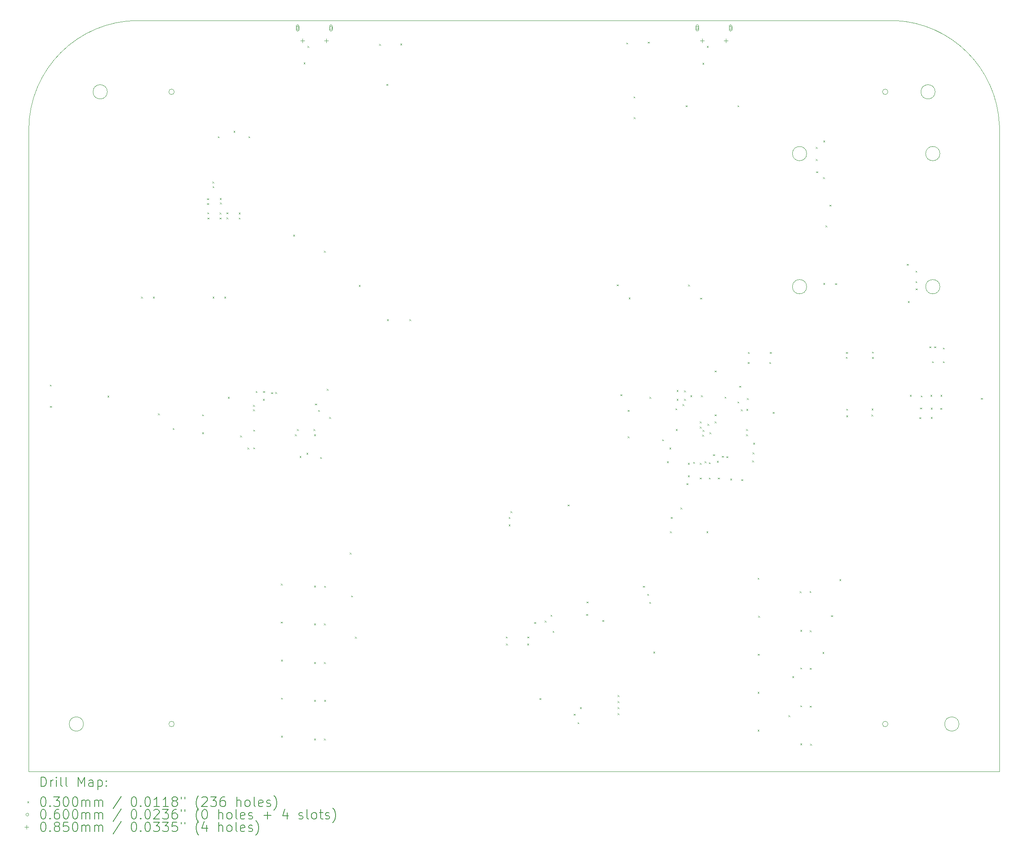
<source format=gbr>
%TF.GenerationSoftware,KiCad,Pcbnew,8.0.3*%
%TF.CreationDate,2024-06-22T00:31:13+02:00*%
%TF.ProjectId,Pilot,50696c6f-742e-46b6-9963-61645f706362,rev?*%
%TF.SameCoordinates,Original*%
%TF.FileFunction,Drillmap*%
%TF.FilePolarity,Positive*%
%FSLAX45Y45*%
G04 Gerber Fmt 4.5, Leading zero omitted, Abs format (unit mm)*
G04 Created by KiCad (PCBNEW 8.0.3) date 2024-06-22 00:31:13*
%MOMM*%
%LPD*%
G01*
G04 APERTURE LIST*
%ADD10C,0.050000*%
%ADD11C,0.200000*%
%ADD12C,0.100000*%
G04 APERTURE END LIST*
D10*
X19150000Y-2800000D02*
G75*
G02*
X18850000Y-2800000I-150000J0D01*
G01*
X18850000Y-2800000D02*
G75*
G02*
X19150000Y-2800000I150000J0D01*
G01*
X16350000Y-2800000D02*
G75*
G02*
X16050000Y-2800000I-150000J0D01*
G01*
X16050000Y-2800000D02*
G75*
G02*
X16350000Y-2800000I150000J0D01*
G01*
X1650000Y-1500000D02*
G75*
G02*
X1350000Y-1500000I-150000J0D01*
G01*
X1350000Y-1500000D02*
G75*
G02*
X1650000Y-1500000I150000J0D01*
G01*
X20400000Y-15800000D02*
X0Y-15800000D01*
X0Y-15800000D02*
X0Y-2300000D01*
X19150000Y-5600000D02*
G75*
G02*
X18850000Y-5600000I-150000J0D01*
G01*
X18850000Y-5600000D02*
G75*
G02*
X19150000Y-5600000I150000J0D01*
G01*
X18200000Y0D02*
G75*
G02*
X20400000Y-2200000I-100000J-2300000D01*
G01*
X18057600Y-1500000D02*
G75*
G02*
X17942400Y-1500000I-57600J0D01*
G01*
X17942400Y-1500000D02*
G75*
G02*
X18057600Y-1500000I57600J0D01*
G01*
X3057600Y-14800000D02*
G75*
G02*
X2942400Y-14800000I-57600J0D01*
G01*
X2942400Y-14800000D02*
G75*
G02*
X3057600Y-14800000I57600J0D01*
G01*
X3057600Y-1500000D02*
G75*
G02*
X2942400Y-1500000I-57600J0D01*
G01*
X2942400Y-1500000D02*
G75*
G02*
X3057600Y-1500000I57600J0D01*
G01*
X0Y-2300000D02*
G75*
G02*
X2300000Y0I2300000J0D01*
G01*
X20400000Y-15800000D02*
X20400000Y-2200000D01*
X16350000Y-5600000D02*
G75*
G02*
X16050000Y-5600000I-150000J0D01*
G01*
X16050000Y-5600000D02*
G75*
G02*
X16350000Y-5600000I150000J0D01*
G01*
X19050000Y-1500000D02*
G75*
G02*
X18750000Y-1500000I-150000J0D01*
G01*
X18750000Y-1500000D02*
G75*
G02*
X19050000Y-1500000I150000J0D01*
G01*
X2300000Y0D02*
X18200000Y0D01*
X1150000Y-14800000D02*
G75*
G02*
X850000Y-14800000I-150000J0D01*
G01*
X850000Y-14800000D02*
G75*
G02*
X1150000Y-14800000I150000J0D01*
G01*
X18057600Y-14800000D02*
G75*
G02*
X17942400Y-14800000I-57600J0D01*
G01*
X17942400Y-14800000D02*
G75*
G02*
X18057600Y-14800000I57600J0D01*
G01*
X19550000Y-14800000D02*
G75*
G02*
X19250000Y-14800000I-150000J0D01*
G01*
X19250000Y-14800000D02*
G75*
G02*
X19550000Y-14800000I150000J0D01*
G01*
D11*
D12*
X442500Y-7660000D02*
X472500Y-7690000D01*
X472500Y-7660000D02*
X442500Y-7690000D01*
X445000Y-8110000D02*
X475000Y-8140000D01*
X475000Y-8110000D02*
X445000Y-8140000D01*
X1655000Y-7895000D02*
X1685000Y-7925000D01*
X1685000Y-7895000D02*
X1655000Y-7925000D01*
X2360000Y-5810000D02*
X2390000Y-5840000D01*
X2390000Y-5810000D02*
X2360000Y-5840000D01*
X2610000Y-5810000D02*
X2640000Y-5840000D01*
X2640000Y-5810000D02*
X2610000Y-5840000D01*
X2715000Y-8265000D02*
X2745000Y-8295000D01*
X2745000Y-8265000D02*
X2715000Y-8295000D01*
X3025000Y-8575000D02*
X3055000Y-8605000D01*
X3055000Y-8575000D02*
X3025000Y-8605000D01*
X3642500Y-8285000D02*
X3672500Y-8315000D01*
X3672500Y-8285000D02*
X3642500Y-8315000D01*
X3642500Y-8665000D02*
X3672500Y-8695000D01*
X3672500Y-8665000D02*
X3642500Y-8695000D01*
X3747500Y-3740000D02*
X3777500Y-3770000D01*
X3777500Y-3740000D02*
X3747500Y-3770000D01*
X3747500Y-3840000D02*
X3777500Y-3870000D01*
X3777500Y-3840000D02*
X3747500Y-3870000D01*
X3752500Y-4037500D02*
X3782500Y-4067500D01*
X3782500Y-4037500D02*
X3752500Y-4067500D01*
X3757500Y-4145000D02*
X3787500Y-4175000D01*
X3787500Y-4145000D02*
X3757500Y-4175000D01*
X3857500Y-3390000D02*
X3887500Y-3420000D01*
X3887500Y-3390000D02*
X3857500Y-3420000D01*
X3862500Y-5812500D02*
X3892500Y-5842500D01*
X3892500Y-5812500D02*
X3862500Y-5842500D01*
X3865000Y-3485000D02*
X3895000Y-3515000D01*
X3895000Y-3485000D02*
X3865000Y-3515000D01*
X3975000Y-2437500D02*
X4005000Y-2467500D01*
X4005000Y-2437500D02*
X3975000Y-2467500D01*
X4012500Y-4040000D02*
X4042500Y-4070000D01*
X4042500Y-4040000D02*
X4012500Y-4070000D01*
X4012500Y-4147500D02*
X4042500Y-4177500D01*
X4042500Y-4147500D02*
X4012500Y-4177500D01*
X4015000Y-3737500D02*
X4045000Y-3767500D01*
X4045000Y-3737500D02*
X4015000Y-3767500D01*
X4017500Y-3830000D02*
X4047500Y-3860000D01*
X4047500Y-3830000D02*
X4017500Y-3860000D01*
X4110000Y-5812500D02*
X4140000Y-5842500D01*
X4140000Y-5812500D02*
X4110000Y-5842500D01*
X4157500Y-4037500D02*
X4187500Y-4067500D01*
X4187500Y-4037500D02*
X4157500Y-4067500D01*
X4157500Y-4142500D02*
X4187500Y-4172500D01*
X4187500Y-4142500D02*
X4157500Y-4172500D01*
X4185000Y-7917500D02*
X4215000Y-7947500D01*
X4215000Y-7917500D02*
X4185000Y-7947500D01*
X4302500Y-2320000D02*
X4332500Y-2350000D01*
X4332500Y-2320000D02*
X4302500Y-2350000D01*
X4415000Y-4040000D02*
X4445000Y-4070000D01*
X4445000Y-4040000D02*
X4415000Y-4070000D01*
X4415000Y-4145000D02*
X4445000Y-4175000D01*
X4445000Y-4145000D02*
X4415000Y-4175000D01*
X4442500Y-8732500D02*
X4472500Y-8762500D01*
X4472500Y-8732500D02*
X4442500Y-8762500D01*
X4595000Y-8985000D02*
X4625000Y-9015000D01*
X4625000Y-8985000D02*
X4595000Y-9015000D01*
X4617500Y-2437500D02*
X4647500Y-2467500D01*
X4647500Y-2437500D02*
X4617500Y-2467500D01*
X4712500Y-8182500D02*
X4742500Y-8212500D01*
X4742500Y-8182500D02*
X4712500Y-8212500D01*
X4715000Y-8087500D02*
X4745000Y-8117500D01*
X4745000Y-8087500D02*
X4715000Y-8117500D01*
X4720000Y-8610000D02*
X4750000Y-8640000D01*
X4750000Y-8610000D02*
X4720000Y-8640000D01*
X4720000Y-8982500D02*
X4750000Y-9012500D01*
X4750000Y-8982500D02*
X4720000Y-9012500D01*
X4767500Y-7795000D02*
X4797500Y-7825000D01*
X4797500Y-7795000D02*
X4767500Y-7825000D01*
X4922500Y-7960000D02*
X4952500Y-7990000D01*
X4952500Y-7960000D02*
X4922500Y-7990000D01*
X4925000Y-7795000D02*
X4955000Y-7825000D01*
X4955000Y-7795000D02*
X4925000Y-7825000D01*
X5095000Y-7820000D02*
X5125000Y-7850000D01*
X5125000Y-7820000D02*
X5095000Y-7850000D01*
X5180000Y-7817500D02*
X5210000Y-7847500D01*
X5210000Y-7817500D02*
X5180000Y-7847500D01*
X5297500Y-11847500D02*
X5327500Y-11877500D01*
X5327500Y-11847500D02*
X5297500Y-11877500D01*
X5297500Y-12647500D02*
X5327500Y-12677500D01*
X5327500Y-12647500D02*
X5297500Y-12677500D01*
X5302500Y-13447500D02*
X5332500Y-13477500D01*
X5332500Y-13447500D02*
X5302500Y-13477500D01*
X5302500Y-14247500D02*
X5332500Y-14277500D01*
X5332500Y-14247500D02*
X5302500Y-14277500D01*
X5302500Y-15047500D02*
X5332500Y-15077500D01*
X5332500Y-15047500D02*
X5302500Y-15077500D01*
X5555000Y-4505000D02*
X5585000Y-4535000D01*
X5585000Y-4505000D02*
X5555000Y-4535000D01*
X5595000Y-8705000D02*
X5625000Y-8735000D01*
X5625000Y-8705000D02*
X5595000Y-8735000D01*
X5635000Y-8595000D02*
X5665000Y-8625000D01*
X5665000Y-8595000D02*
X5635000Y-8625000D01*
X5692500Y-9162500D02*
X5722500Y-9192500D01*
X5722500Y-9162500D02*
X5692500Y-9192500D01*
X5777500Y-882500D02*
X5807500Y-912500D01*
X5807500Y-882500D02*
X5777500Y-912500D01*
X5835000Y-9095000D02*
X5865000Y-9125000D01*
X5865000Y-9095000D02*
X5835000Y-9125000D01*
X5855000Y-535000D02*
X5885000Y-565000D01*
X5885000Y-535000D02*
X5855000Y-565000D01*
X5985000Y-8595000D02*
X6015000Y-8625000D01*
X6015000Y-8595000D02*
X5985000Y-8625000D01*
X5995000Y-8705000D02*
X6025000Y-8735000D01*
X6025000Y-8705000D02*
X5995000Y-8735000D01*
X5995000Y-11890000D02*
X6025000Y-11920000D01*
X6025000Y-11890000D02*
X5995000Y-11920000D01*
X5995000Y-12685000D02*
X6025000Y-12715000D01*
X6025000Y-12685000D02*
X5995000Y-12715000D01*
X5995000Y-13500000D02*
X6025000Y-13530000D01*
X6025000Y-13500000D02*
X5995000Y-13530000D01*
X5995000Y-14292500D02*
X6025000Y-14322500D01*
X6025000Y-14292500D02*
X5995000Y-14322500D01*
X5995000Y-15105000D02*
X6025000Y-15135000D01*
X6025000Y-15105000D02*
X5995000Y-15135000D01*
X6017500Y-8057500D02*
X6047500Y-8087500D01*
X6047500Y-8057500D02*
X6017500Y-8087500D01*
X6080000Y-8195000D02*
X6110000Y-8225000D01*
X6110000Y-8195000D02*
X6080000Y-8225000D01*
X6125000Y-9182500D02*
X6155000Y-9212500D01*
X6155000Y-9182500D02*
X6125000Y-9212500D01*
X6205000Y-4845000D02*
X6235000Y-4875000D01*
X6235000Y-4845000D02*
X6205000Y-4875000D01*
X6205000Y-12687500D02*
X6235000Y-12717500D01*
X6235000Y-12687500D02*
X6205000Y-12717500D01*
X6205000Y-13500000D02*
X6235000Y-13530000D01*
X6235000Y-13500000D02*
X6205000Y-13530000D01*
X6205000Y-15107500D02*
X6235000Y-15137500D01*
X6235000Y-15107500D02*
X6205000Y-15137500D01*
X6207500Y-11895000D02*
X6237500Y-11925000D01*
X6237500Y-11895000D02*
X6207500Y-11925000D01*
X6207500Y-14292500D02*
X6237500Y-14322500D01*
X6237500Y-14292500D02*
X6207500Y-14322500D01*
X6265000Y-7750000D02*
X6295000Y-7780000D01*
X6295000Y-7750000D02*
X6265000Y-7780000D01*
X6315000Y-8342500D02*
X6345000Y-8372500D01*
X6345000Y-8342500D02*
X6315000Y-8372500D01*
X6745000Y-11195000D02*
X6775000Y-11225000D01*
X6775000Y-11195000D02*
X6745000Y-11225000D01*
X6775000Y-12095000D02*
X6805000Y-12125000D01*
X6805000Y-12095000D02*
X6775000Y-12125000D01*
X6855000Y-12965000D02*
X6885000Y-12995000D01*
X6885000Y-12965000D02*
X6855000Y-12995000D01*
X6935000Y-5565000D02*
X6965000Y-5595000D01*
X6965000Y-5565000D02*
X6935000Y-5595000D01*
X7365000Y-492500D02*
X7395000Y-522500D01*
X7395000Y-492500D02*
X7365000Y-522500D01*
X7515000Y-1335000D02*
X7545000Y-1365000D01*
X7545000Y-1335000D02*
X7515000Y-1365000D01*
X7530000Y-6285000D02*
X7560000Y-6315000D01*
X7560000Y-6285000D02*
X7530000Y-6315000D01*
X7810000Y-485000D02*
X7840000Y-515000D01*
X7840000Y-485000D02*
X7810000Y-515000D01*
X8000000Y-6285000D02*
X8030000Y-6315000D01*
X8030000Y-6285000D02*
X8000000Y-6315000D01*
X10027500Y-12960000D02*
X10057500Y-12990000D01*
X10057500Y-12960000D02*
X10027500Y-12990000D01*
X10030000Y-13110000D02*
X10060000Y-13140000D01*
X10060000Y-13110000D02*
X10030000Y-13140000D01*
X10085000Y-10602500D02*
X10115000Y-10632500D01*
X10115000Y-10602500D02*
X10085000Y-10632500D01*
X10087500Y-10447500D02*
X10117500Y-10477500D01*
X10117500Y-10447500D02*
X10087500Y-10477500D01*
X10122500Y-10325000D02*
X10152500Y-10355000D01*
X10152500Y-10325000D02*
X10122500Y-10355000D01*
X10477500Y-13110000D02*
X10507500Y-13140000D01*
X10507500Y-13110000D02*
X10477500Y-13140000D01*
X10480000Y-12960000D02*
X10510000Y-12990000D01*
X10510000Y-12960000D02*
X10480000Y-12990000D01*
X10625000Y-12655000D02*
X10655000Y-12685000D01*
X10655000Y-12655000D02*
X10625000Y-12685000D01*
X10735000Y-14255000D02*
X10765000Y-14285000D01*
X10765000Y-14255000D02*
X10735000Y-14285000D01*
X10845000Y-12625000D02*
X10875000Y-12655000D01*
X10875000Y-12625000D02*
X10845000Y-12655000D01*
X10965000Y-12505000D02*
X10995000Y-12535000D01*
X10995000Y-12505000D02*
X10965000Y-12535000D01*
X11007500Y-12842500D02*
X11037500Y-12872500D01*
X11037500Y-12842500D02*
X11007500Y-12872500D01*
X11325000Y-10185000D02*
X11355000Y-10215000D01*
X11355000Y-10185000D02*
X11325000Y-10215000D01*
X11455000Y-14585000D02*
X11485000Y-14615000D01*
X11485000Y-14585000D02*
X11455000Y-14615000D01*
X11535000Y-14765000D02*
X11565000Y-14795000D01*
X11565000Y-14765000D02*
X11535000Y-14795000D01*
X11585000Y-14447500D02*
X11615000Y-14477500D01*
X11615000Y-14447500D02*
X11585000Y-14477500D01*
X11717500Y-12487500D02*
X11747500Y-12517500D01*
X11747500Y-12487500D02*
X11717500Y-12517500D01*
X11722500Y-12225000D02*
X11752500Y-12255000D01*
X11752500Y-12225000D02*
X11722500Y-12255000D01*
X12052500Y-12612500D02*
X12082500Y-12642500D01*
X12082500Y-12612500D02*
X12052500Y-12642500D01*
X12360000Y-5552500D02*
X12390000Y-5582500D01*
X12390000Y-5552500D02*
X12360000Y-5582500D01*
X12377500Y-14190000D02*
X12407500Y-14220000D01*
X12407500Y-14190000D02*
X12377500Y-14220000D01*
X12377500Y-14320000D02*
X12407500Y-14350000D01*
X12407500Y-14320000D02*
X12377500Y-14350000D01*
X12377500Y-14447500D02*
X12407500Y-14477500D01*
X12407500Y-14447500D02*
X12377500Y-14477500D01*
X12377500Y-14575000D02*
X12407500Y-14605000D01*
X12407500Y-14575000D02*
X12377500Y-14605000D01*
X12435000Y-7865000D02*
X12465000Y-7895000D01*
X12465000Y-7865000D02*
X12435000Y-7895000D01*
X12560000Y-462500D02*
X12590000Y-492500D01*
X12590000Y-462500D02*
X12560000Y-492500D01*
X12590000Y-8195000D02*
X12620000Y-8225000D01*
X12620000Y-8195000D02*
X12590000Y-8225000D01*
X12590000Y-8747500D02*
X12620000Y-8777500D01*
X12620000Y-8747500D02*
X12590000Y-8777500D01*
X12610000Y-5825000D02*
X12640000Y-5855000D01*
X12640000Y-5825000D02*
X12610000Y-5855000D01*
X12710000Y-1600000D02*
X12740000Y-1630000D01*
X12740000Y-1600000D02*
X12710000Y-1630000D01*
X12715000Y-2035000D02*
X12745000Y-2065000D01*
X12745000Y-2035000D02*
X12715000Y-2065000D01*
X12907500Y-11895000D02*
X12937500Y-11925000D01*
X12937500Y-11895000D02*
X12907500Y-11925000D01*
X12997500Y-12062500D02*
X13027500Y-12092500D01*
X13027500Y-12062500D02*
X12997500Y-12092500D01*
X13010000Y-445000D02*
X13040000Y-475000D01*
X13040000Y-445000D02*
X13010000Y-475000D01*
X13042500Y-12232500D02*
X13072500Y-12262500D01*
X13072500Y-12232500D02*
X13042500Y-12262500D01*
X13047500Y-7920000D02*
X13077500Y-7950000D01*
X13077500Y-7920000D02*
X13047500Y-7950000D01*
X13125000Y-13277500D02*
X13155000Y-13307500D01*
X13155000Y-13277500D02*
X13125000Y-13307500D01*
X13312500Y-8810000D02*
X13342500Y-8840000D01*
X13342500Y-8810000D02*
X13312500Y-8840000D01*
X13415000Y-9275000D02*
X13445000Y-9305000D01*
X13445000Y-9275000D02*
X13415000Y-9305000D01*
X13465000Y-8985000D02*
X13495000Y-9015000D01*
X13495000Y-8985000D02*
X13465000Y-9015000D01*
X13475000Y-10745000D02*
X13505000Y-10775000D01*
X13505000Y-10745000D02*
X13475000Y-10775000D01*
X13495000Y-10445000D02*
X13525000Y-10475000D01*
X13525000Y-10445000D02*
X13495000Y-10475000D01*
X13590000Y-8160000D02*
X13620000Y-8190000D01*
X13620000Y-8160000D02*
X13590000Y-8190000D01*
X13600000Y-8597500D02*
X13630000Y-8627500D01*
X13630000Y-8597500D02*
X13600000Y-8627500D01*
X13617500Y-7772500D02*
X13647500Y-7802500D01*
X13647500Y-7772500D02*
X13617500Y-7802500D01*
X13617500Y-7962500D02*
X13647500Y-7992500D01*
X13647500Y-7962500D02*
X13617500Y-7992500D01*
X13695000Y-10245000D02*
X13725000Y-10275000D01*
X13725000Y-10245000D02*
X13695000Y-10275000D01*
X13740000Y-8070000D02*
X13770000Y-8100000D01*
X13770000Y-8070000D02*
X13740000Y-8100000D01*
X13772500Y-7785000D02*
X13802500Y-7815000D01*
X13802500Y-7785000D02*
X13772500Y-7815000D01*
X13772500Y-7960000D02*
X13802500Y-7990000D01*
X13802500Y-7960000D02*
X13772500Y-7990000D01*
X13805000Y-1785000D02*
X13835000Y-1815000D01*
X13835000Y-1785000D02*
X13805000Y-1815000D01*
X13825000Y-9735000D02*
X13855000Y-9765000D01*
X13855000Y-9735000D02*
X13825000Y-9765000D01*
X13855000Y-9305000D02*
X13885000Y-9335000D01*
X13885000Y-9305000D02*
X13855000Y-9335000D01*
X13855000Y-9570000D02*
X13885000Y-9600000D01*
X13885000Y-9570000D02*
X13855000Y-9600000D01*
X13860000Y-5555000D02*
X13890000Y-5585000D01*
X13890000Y-5555000D02*
X13860000Y-5585000D01*
X13905000Y-7885000D02*
X13935000Y-7915000D01*
X13935000Y-7885000D02*
X13905000Y-7915000D01*
X13965000Y-9285000D02*
X13995000Y-9315000D01*
X13995000Y-9285000D02*
X13965000Y-9315000D01*
X14105000Y-8435000D02*
X14135000Y-8465000D01*
X14135000Y-8435000D02*
X14105000Y-8465000D01*
X14105000Y-8545000D02*
X14135000Y-8575000D01*
X14135000Y-8545000D02*
X14105000Y-8575000D01*
X14105000Y-9305000D02*
X14135000Y-9335000D01*
X14135000Y-9305000D02*
X14105000Y-9335000D01*
X14105000Y-9615000D02*
X14135000Y-9645000D01*
X14135000Y-9615000D02*
X14105000Y-9645000D01*
X14110000Y-5832500D02*
X14140000Y-5862500D01*
X14140000Y-5832500D02*
X14110000Y-5862500D01*
X14130000Y-7885000D02*
X14160000Y-7915000D01*
X14160000Y-7885000D02*
X14130000Y-7915000D01*
X14155000Y-8715000D02*
X14185000Y-8745000D01*
X14185000Y-8715000D02*
X14155000Y-8745000D01*
X14160000Y-890000D02*
X14190000Y-920000D01*
X14190000Y-890000D02*
X14160000Y-920000D01*
X14165000Y-8615000D02*
X14195000Y-8645000D01*
X14195000Y-8615000D02*
X14165000Y-8645000D01*
X14205000Y-9275000D02*
X14235000Y-9305000D01*
X14235000Y-9275000D02*
X14205000Y-9305000D01*
X14245000Y-10745000D02*
X14275000Y-10775000D01*
X14275000Y-10745000D02*
X14245000Y-10775000D01*
X14252500Y-535000D02*
X14282500Y-565000D01*
X14282500Y-535000D02*
X14252500Y-565000D01*
X14265000Y-8485000D02*
X14295000Y-8515000D01*
X14295000Y-8485000D02*
X14265000Y-8515000D01*
X14295000Y-9295000D02*
X14325000Y-9325000D01*
X14325000Y-9295000D02*
X14295000Y-9325000D01*
X14295000Y-9615000D02*
X14325000Y-9645000D01*
X14325000Y-9615000D02*
X14295000Y-9645000D01*
X14305000Y-8665000D02*
X14335000Y-8695000D01*
X14335000Y-8665000D02*
X14305000Y-8695000D01*
X14385000Y-9125000D02*
X14415000Y-9155000D01*
X14415000Y-9125000D02*
X14385000Y-9155000D01*
X14415000Y-7362500D02*
X14445000Y-7392500D01*
X14445000Y-7362500D02*
X14415000Y-7392500D01*
X14415000Y-8285000D02*
X14445000Y-8315000D01*
X14445000Y-8285000D02*
X14415000Y-8315000D01*
X14415000Y-8435000D02*
X14445000Y-8465000D01*
X14445000Y-8435000D02*
X14415000Y-8465000D01*
X14462500Y-9262500D02*
X14492500Y-9292500D01*
X14492500Y-9262500D02*
X14462500Y-9292500D01*
X14485000Y-9615000D02*
X14515000Y-9645000D01*
X14515000Y-9615000D02*
X14485000Y-9645000D01*
X14567500Y-9160000D02*
X14597500Y-9190000D01*
X14597500Y-9160000D02*
X14567500Y-9190000D01*
X14625000Y-7915000D02*
X14655000Y-7945000D01*
X14655000Y-7915000D02*
X14625000Y-7945000D01*
X14662500Y-9167500D02*
X14692500Y-9197500D01*
X14692500Y-9167500D02*
X14662500Y-9197500D01*
X14742500Y-9635000D02*
X14772500Y-9665000D01*
X14772500Y-9635000D02*
X14742500Y-9665000D01*
X14895000Y-1785000D02*
X14925000Y-1815000D01*
X14925000Y-1785000D02*
X14895000Y-1815000D01*
X14895000Y-8017500D02*
X14925000Y-8047500D01*
X14925000Y-8017500D02*
X14895000Y-8047500D01*
X14932500Y-7685000D02*
X14962500Y-7715000D01*
X14962500Y-7685000D02*
X14932500Y-7715000D01*
X14967500Y-8182500D02*
X14997500Y-8212500D01*
X14997500Y-8182500D02*
X14967500Y-8212500D01*
X14977500Y-9650000D02*
X15007500Y-9680000D01*
X15007500Y-9650000D02*
X14977500Y-9680000D01*
X15075000Y-8595000D02*
X15105000Y-8625000D01*
X15105000Y-8595000D02*
X15075000Y-8625000D01*
X15075000Y-8705000D02*
X15105000Y-8735000D01*
X15105000Y-8705000D02*
X15075000Y-8735000D01*
X15082500Y-8172500D02*
X15112500Y-8202500D01*
X15112500Y-8172500D02*
X15082500Y-8202500D01*
X15092500Y-7942500D02*
X15122500Y-7972500D01*
X15122500Y-7942500D02*
X15092500Y-7972500D01*
X15109688Y-7185000D02*
X15139688Y-7215000D01*
X15139688Y-7185000D02*
X15109688Y-7215000D01*
X15115982Y-6975982D02*
X15145982Y-7005982D01*
X15145982Y-6975982D02*
X15115982Y-7005982D01*
X15205000Y-9255000D02*
X15235000Y-9285000D01*
X15235000Y-9255000D02*
X15205000Y-9285000D01*
X15215000Y-9085000D02*
X15245000Y-9115000D01*
X15245000Y-9085000D02*
X15215000Y-9115000D01*
X15225000Y-8885000D02*
X15255000Y-8915000D01*
X15255000Y-8885000D02*
X15225000Y-8915000D01*
X15317500Y-14122500D02*
X15347500Y-14152500D01*
X15347500Y-14122500D02*
X15317500Y-14152500D01*
X15320000Y-11722500D02*
X15350000Y-11752500D01*
X15350000Y-11722500D02*
X15320000Y-11752500D01*
X15320000Y-14922500D02*
X15350000Y-14952500D01*
X15350000Y-14922500D02*
X15320000Y-14952500D01*
X15322500Y-13325000D02*
X15352500Y-13355000D01*
X15352500Y-13325000D02*
X15322500Y-13355000D01*
X15330000Y-12522500D02*
X15360000Y-12552500D01*
X15360000Y-12522500D02*
X15330000Y-12552500D01*
X15565000Y-7185000D02*
X15595000Y-7215000D01*
X15595000Y-7185000D02*
X15565000Y-7215000D01*
X15575000Y-6975000D02*
X15605000Y-7005000D01*
X15605000Y-6975000D02*
X15575000Y-7005000D01*
X15635000Y-8237500D02*
X15665000Y-8267500D01*
X15665000Y-8237500D02*
X15635000Y-8267500D01*
X15965000Y-14615000D02*
X15995000Y-14645000D01*
X15995000Y-14615000D02*
X15965000Y-14645000D01*
X16045000Y-13795000D02*
X16075000Y-13825000D01*
X16075000Y-13795000D02*
X16045000Y-13825000D01*
X16205000Y-12007500D02*
X16235000Y-12037500D01*
X16235000Y-12007500D02*
X16205000Y-12037500D01*
X16215000Y-12820000D02*
X16245000Y-12850000D01*
X16245000Y-12820000D02*
X16215000Y-12850000D01*
X16215000Y-13612500D02*
X16245000Y-13642500D01*
X16245000Y-13612500D02*
X16215000Y-13642500D01*
X16215000Y-14410000D02*
X16245000Y-14440000D01*
X16245000Y-14410000D02*
X16215000Y-14440000D01*
X16215000Y-15207500D02*
X16245000Y-15237500D01*
X16245000Y-15207500D02*
X16215000Y-15237500D01*
X16412500Y-12002500D02*
X16442500Y-12032500D01*
X16442500Y-12002500D02*
X16412500Y-12032500D01*
X16415000Y-12827500D02*
X16445000Y-12857500D01*
X16445000Y-12827500D02*
X16415000Y-12857500D01*
X16415000Y-13620000D02*
X16445000Y-13650000D01*
X16445000Y-13620000D02*
X16415000Y-13650000D01*
X16415000Y-14417500D02*
X16445000Y-14447500D01*
X16445000Y-14417500D02*
X16415000Y-14447500D01*
X16425000Y-15217500D02*
X16455000Y-15247500D01*
X16455000Y-15217500D02*
X16425000Y-15247500D01*
X16540000Y-2660000D02*
X16570000Y-2690000D01*
X16570000Y-2660000D02*
X16540000Y-2690000D01*
X16540000Y-2915000D02*
X16570000Y-2945000D01*
X16570000Y-2915000D02*
X16540000Y-2945000D01*
X16550000Y-3172500D02*
X16580000Y-3202500D01*
X16580000Y-3172500D02*
X16550000Y-3202500D01*
X16682500Y-13285000D02*
X16712500Y-13315000D01*
X16712500Y-13285000D02*
X16682500Y-13315000D01*
X16695000Y-3297500D02*
X16725000Y-3327500D01*
X16725000Y-3297500D02*
X16695000Y-3327500D01*
X16697500Y-2527500D02*
X16727500Y-2557500D01*
X16727500Y-2527500D02*
X16697500Y-2557500D01*
X16700000Y-5522500D02*
X16730000Y-5552500D01*
X16730000Y-5522500D02*
X16700000Y-5552500D01*
X16745000Y-4310000D02*
X16775000Y-4340000D01*
X16775000Y-4310000D02*
X16745000Y-4340000D01*
X16830000Y-3875000D02*
X16860000Y-3905000D01*
X16860000Y-3875000D02*
X16830000Y-3905000D01*
X16862500Y-12512500D02*
X16892500Y-12542500D01*
X16892500Y-12512500D02*
X16862500Y-12542500D01*
X16950000Y-5525000D02*
X16980000Y-5555000D01*
X16980000Y-5525000D02*
X16950000Y-5555000D01*
X17037500Y-11755000D02*
X17067500Y-11785000D01*
X17067500Y-11755000D02*
X17037500Y-11785000D01*
X17172500Y-7077500D02*
X17202500Y-7107500D01*
X17202500Y-7077500D02*
X17172500Y-7107500D01*
X17175000Y-6975000D02*
X17205000Y-7005000D01*
X17205000Y-6975000D02*
X17175000Y-7005000D01*
X17180000Y-8170000D02*
X17210000Y-8200000D01*
X17210000Y-8170000D02*
X17180000Y-8200000D01*
X17180000Y-8307500D02*
X17210000Y-8337500D01*
X17210000Y-8307500D02*
X17180000Y-8337500D01*
X17712500Y-8292500D02*
X17742500Y-8322500D01*
X17742500Y-8292500D02*
X17712500Y-8322500D01*
X17715000Y-8162500D02*
X17745000Y-8192500D01*
X17745000Y-8162500D02*
X17715000Y-8192500D01*
X17722500Y-6965000D02*
X17752500Y-6995000D01*
X17752500Y-6965000D02*
X17722500Y-6995000D01*
X17722500Y-7082500D02*
X17752500Y-7112500D01*
X17752500Y-7082500D02*
X17722500Y-7112500D01*
X18457500Y-5120000D02*
X18487500Y-5150000D01*
X18487500Y-5120000D02*
X18457500Y-5150000D01*
X18475000Y-5902500D02*
X18505000Y-5932500D01*
X18505000Y-5902500D02*
X18475000Y-5932500D01*
X18520000Y-7877500D02*
X18550000Y-7907500D01*
X18550000Y-7877500D02*
X18520000Y-7907500D01*
X18637500Y-5265000D02*
X18667500Y-5295000D01*
X18667500Y-5265000D02*
X18637500Y-5295000D01*
X18637500Y-5482500D02*
X18667500Y-5512500D01*
X18667500Y-5482500D02*
X18637500Y-5512500D01*
X18642500Y-5637500D02*
X18672500Y-5667500D01*
X18672500Y-5637500D02*
X18642500Y-5667500D01*
X18720000Y-8345000D02*
X18750000Y-8375000D01*
X18750000Y-8345000D02*
X18720000Y-8375000D01*
X18735000Y-8142500D02*
X18765000Y-8172500D01*
X18765000Y-8142500D02*
X18735000Y-8172500D01*
X18747500Y-7890000D02*
X18777500Y-7920000D01*
X18777500Y-7890000D02*
X18747500Y-7920000D01*
X18930000Y-6855000D02*
X18960000Y-6885000D01*
X18960000Y-6855000D02*
X18930000Y-6885000D01*
X18950000Y-7877500D02*
X18980000Y-7907500D01*
X18980000Y-7877500D02*
X18950000Y-7907500D01*
X18957500Y-8145000D02*
X18987500Y-8175000D01*
X18987500Y-8145000D02*
X18957500Y-8175000D01*
X18957500Y-8342500D02*
X18987500Y-8372500D01*
X18987500Y-8342500D02*
X18957500Y-8372500D01*
X18985000Y-7170000D02*
X19015000Y-7200000D01*
X19015000Y-7170000D02*
X18985000Y-7200000D01*
X19032500Y-6855000D02*
X19062500Y-6885000D01*
X19062500Y-6855000D02*
X19032500Y-6885000D01*
X19160000Y-8152500D02*
X19190000Y-8182500D01*
X19190000Y-8152500D02*
X19160000Y-8182500D01*
X19162500Y-7877500D02*
X19192500Y-7907500D01*
X19192500Y-7877500D02*
X19162500Y-7907500D01*
X19215000Y-6880000D02*
X19245000Y-6910000D01*
X19245000Y-6880000D02*
X19215000Y-6910000D01*
X19215000Y-7167500D02*
X19245000Y-7197500D01*
X19245000Y-7167500D02*
X19215000Y-7197500D01*
X20015000Y-7940000D02*
X20045000Y-7970000D01*
X20045000Y-7940000D02*
X20015000Y-7970000D01*
X5680000Y-156250D02*
G75*
G02*
X5620000Y-156250I-30000J0D01*
G01*
X5620000Y-156250D02*
G75*
G02*
X5680000Y-156250I30000J0D01*
G01*
X5680000Y-191250D02*
X5680000Y-121250D01*
X5620000Y-121250D02*
G75*
G02*
X5680000Y-121250I30000J0D01*
G01*
X5620000Y-121250D02*
X5620000Y-191250D01*
X5620000Y-191250D02*
G75*
G03*
X5680000Y-191250I30000J0D01*
G01*
X6380000Y-156250D02*
G75*
G02*
X6320000Y-156250I-30000J0D01*
G01*
X6320000Y-156250D02*
G75*
G02*
X6380000Y-156250I30000J0D01*
G01*
X6320000Y-121250D02*
X6320000Y-191250D01*
X6380000Y-191250D02*
G75*
G02*
X6320000Y-191250I-30000J0D01*
G01*
X6380000Y-191250D02*
X6380000Y-121250D01*
X6380000Y-121250D02*
G75*
G03*
X6320000Y-121250I-30000J0D01*
G01*
X14080000Y-156250D02*
G75*
G02*
X14020000Y-156250I-30000J0D01*
G01*
X14020000Y-156250D02*
G75*
G02*
X14080000Y-156250I30000J0D01*
G01*
X14080000Y-191250D02*
X14080000Y-121250D01*
X14020000Y-121250D02*
G75*
G02*
X14080000Y-121250I30000J0D01*
G01*
X14020000Y-121250D02*
X14020000Y-191250D01*
X14020000Y-191250D02*
G75*
G03*
X14080000Y-191250I30000J0D01*
G01*
X14780000Y-156250D02*
G75*
G02*
X14720000Y-156250I-30000J0D01*
G01*
X14720000Y-156250D02*
G75*
G02*
X14780000Y-156250I30000J0D01*
G01*
X14720000Y-121250D02*
X14720000Y-191250D01*
X14780000Y-191250D02*
G75*
G02*
X14720000Y-191250I-30000J0D01*
G01*
X14780000Y-191250D02*
X14780000Y-121250D01*
X14780000Y-121250D02*
G75*
G03*
X14720000Y-121250I-30000J0D01*
G01*
X5750000Y-383750D02*
X5750000Y-468750D01*
X5707500Y-426250D02*
X5792500Y-426250D01*
X6250000Y-383750D02*
X6250000Y-468750D01*
X6207500Y-426250D02*
X6292500Y-426250D01*
X14150000Y-383750D02*
X14150000Y-468750D01*
X14107500Y-426250D02*
X14192500Y-426250D01*
X14650000Y-383750D02*
X14650000Y-468750D01*
X14607500Y-426250D02*
X14692500Y-426250D01*
D11*
X258277Y-16113984D02*
X258277Y-15913984D01*
X258277Y-15913984D02*
X305896Y-15913984D01*
X305896Y-15913984D02*
X334467Y-15923508D01*
X334467Y-15923508D02*
X353515Y-15942555D01*
X353515Y-15942555D02*
X363039Y-15961603D01*
X363039Y-15961603D02*
X372562Y-15999698D01*
X372562Y-15999698D02*
X372562Y-16028269D01*
X372562Y-16028269D02*
X363039Y-16066365D01*
X363039Y-16066365D02*
X353515Y-16085412D01*
X353515Y-16085412D02*
X334467Y-16104460D01*
X334467Y-16104460D02*
X305896Y-16113984D01*
X305896Y-16113984D02*
X258277Y-16113984D01*
X458277Y-16113984D02*
X458277Y-15980650D01*
X458277Y-16018746D02*
X467801Y-15999698D01*
X467801Y-15999698D02*
X477324Y-15990174D01*
X477324Y-15990174D02*
X496372Y-15980650D01*
X496372Y-15980650D02*
X515420Y-15980650D01*
X582086Y-16113984D02*
X582086Y-15980650D01*
X582086Y-15913984D02*
X572563Y-15923508D01*
X572563Y-15923508D02*
X582086Y-15933031D01*
X582086Y-15933031D02*
X591610Y-15923508D01*
X591610Y-15923508D02*
X582086Y-15913984D01*
X582086Y-15913984D02*
X582086Y-15933031D01*
X705896Y-16113984D02*
X686848Y-16104460D01*
X686848Y-16104460D02*
X677324Y-16085412D01*
X677324Y-16085412D02*
X677324Y-15913984D01*
X810658Y-16113984D02*
X791610Y-16104460D01*
X791610Y-16104460D02*
X782086Y-16085412D01*
X782086Y-16085412D02*
X782086Y-15913984D01*
X1039229Y-16113984D02*
X1039229Y-15913984D01*
X1039229Y-15913984D02*
X1105896Y-16056841D01*
X1105896Y-16056841D02*
X1172563Y-15913984D01*
X1172563Y-15913984D02*
X1172563Y-16113984D01*
X1353515Y-16113984D02*
X1353515Y-16009222D01*
X1353515Y-16009222D02*
X1343991Y-15990174D01*
X1343991Y-15990174D02*
X1324944Y-15980650D01*
X1324944Y-15980650D02*
X1286848Y-15980650D01*
X1286848Y-15980650D02*
X1267801Y-15990174D01*
X1353515Y-16104460D02*
X1334467Y-16113984D01*
X1334467Y-16113984D02*
X1286848Y-16113984D01*
X1286848Y-16113984D02*
X1267801Y-16104460D01*
X1267801Y-16104460D02*
X1258277Y-16085412D01*
X1258277Y-16085412D02*
X1258277Y-16066365D01*
X1258277Y-16066365D02*
X1267801Y-16047317D01*
X1267801Y-16047317D02*
X1286848Y-16037793D01*
X1286848Y-16037793D02*
X1334467Y-16037793D01*
X1334467Y-16037793D02*
X1353515Y-16028269D01*
X1448753Y-15980650D02*
X1448753Y-16180650D01*
X1448753Y-15990174D02*
X1467801Y-15980650D01*
X1467801Y-15980650D02*
X1505896Y-15980650D01*
X1505896Y-15980650D02*
X1524943Y-15990174D01*
X1524943Y-15990174D02*
X1534467Y-15999698D01*
X1534467Y-15999698D02*
X1543991Y-16018746D01*
X1543991Y-16018746D02*
X1543991Y-16075888D01*
X1543991Y-16075888D02*
X1534467Y-16094936D01*
X1534467Y-16094936D02*
X1524943Y-16104460D01*
X1524943Y-16104460D02*
X1505896Y-16113984D01*
X1505896Y-16113984D02*
X1467801Y-16113984D01*
X1467801Y-16113984D02*
X1448753Y-16104460D01*
X1629705Y-16094936D02*
X1639229Y-16104460D01*
X1639229Y-16104460D02*
X1629705Y-16113984D01*
X1629705Y-16113984D02*
X1620182Y-16104460D01*
X1620182Y-16104460D02*
X1629705Y-16094936D01*
X1629705Y-16094936D02*
X1629705Y-16113984D01*
X1629705Y-15990174D02*
X1639229Y-15999698D01*
X1639229Y-15999698D02*
X1629705Y-16009222D01*
X1629705Y-16009222D02*
X1620182Y-15999698D01*
X1620182Y-15999698D02*
X1629705Y-15990174D01*
X1629705Y-15990174D02*
X1629705Y-16009222D01*
D12*
X-32500Y-16427500D02*
X-2500Y-16457500D01*
X-2500Y-16427500D02*
X-32500Y-16457500D01*
D11*
X296372Y-16333984D02*
X315420Y-16333984D01*
X315420Y-16333984D02*
X334467Y-16343508D01*
X334467Y-16343508D02*
X343991Y-16353031D01*
X343991Y-16353031D02*
X353515Y-16372079D01*
X353515Y-16372079D02*
X363039Y-16410174D01*
X363039Y-16410174D02*
X363039Y-16457793D01*
X363039Y-16457793D02*
X353515Y-16495888D01*
X353515Y-16495888D02*
X343991Y-16514936D01*
X343991Y-16514936D02*
X334467Y-16524460D01*
X334467Y-16524460D02*
X315420Y-16533984D01*
X315420Y-16533984D02*
X296372Y-16533984D01*
X296372Y-16533984D02*
X277324Y-16524460D01*
X277324Y-16524460D02*
X267801Y-16514936D01*
X267801Y-16514936D02*
X258277Y-16495888D01*
X258277Y-16495888D02*
X248753Y-16457793D01*
X248753Y-16457793D02*
X248753Y-16410174D01*
X248753Y-16410174D02*
X258277Y-16372079D01*
X258277Y-16372079D02*
X267801Y-16353031D01*
X267801Y-16353031D02*
X277324Y-16343508D01*
X277324Y-16343508D02*
X296372Y-16333984D01*
X448753Y-16514936D02*
X458277Y-16524460D01*
X458277Y-16524460D02*
X448753Y-16533984D01*
X448753Y-16533984D02*
X439229Y-16524460D01*
X439229Y-16524460D02*
X448753Y-16514936D01*
X448753Y-16514936D02*
X448753Y-16533984D01*
X524944Y-16333984D02*
X648753Y-16333984D01*
X648753Y-16333984D02*
X582086Y-16410174D01*
X582086Y-16410174D02*
X610658Y-16410174D01*
X610658Y-16410174D02*
X629705Y-16419698D01*
X629705Y-16419698D02*
X639229Y-16429222D01*
X639229Y-16429222D02*
X648753Y-16448269D01*
X648753Y-16448269D02*
X648753Y-16495888D01*
X648753Y-16495888D02*
X639229Y-16514936D01*
X639229Y-16514936D02*
X629705Y-16524460D01*
X629705Y-16524460D02*
X610658Y-16533984D01*
X610658Y-16533984D02*
X553515Y-16533984D01*
X553515Y-16533984D02*
X534467Y-16524460D01*
X534467Y-16524460D02*
X524944Y-16514936D01*
X772562Y-16333984D02*
X791610Y-16333984D01*
X791610Y-16333984D02*
X810658Y-16343508D01*
X810658Y-16343508D02*
X820182Y-16353031D01*
X820182Y-16353031D02*
X829705Y-16372079D01*
X829705Y-16372079D02*
X839229Y-16410174D01*
X839229Y-16410174D02*
X839229Y-16457793D01*
X839229Y-16457793D02*
X829705Y-16495888D01*
X829705Y-16495888D02*
X820182Y-16514936D01*
X820182Y-16514936D02*
X810658Y-16524460D01*
X810658Y-16524460D02*
X791610Y-16533984D01*
X791610Y-16533984D02*
X772562Y-16533984D01*
X772562Y-16533984D02*
X753515Y-16524460D01*
X753515Y-16524460D02*
X743991Y-16514936D01*
X743991Y-16514936D02*
X734467Y-16495888D01*
X734467Y-16495888D02*
X724943Y-16457793D01*
X724943Y-16457793D02*
X724943Y-16410174D01*
X724943Y-16410174D02*
X734467Y-16372079D01*
X734467Y-16372079D02*
X743991Y-16353031D01*
X743991Y-16353031D02*
X753515Y-16343508D01*
X753515Y-16343508D02*
X772562Y-16333984D01*
X963039Y-16333984D02*
X982086Y-16333984D01*
X982086Y-16333984D02*
X1001134Y-16343508D01*
X1001134Y-16343508D02*
X1010658Y-16353031D01*
X1010658Y-16353031D02*
X1020182Y-16372079D01*
X1020182Y-16372079D02*
X1029705Y-16410174D01*
X1029705Y-16410174D02*
X1029705Y-16457793D01*
X1029705Y-16457793D02*
X1020182Y-16495888D01*
X1020182Y-16495888D02*
X1010658Y-16514936D01*
X1010658Y-16514936D02*
X1001134Y-16524460D01*
X1001134Y-16524460D02*
X982086Y-16533984D01*
X982086Y-16533984D02*
X963039Y-16533984D01*
X963039Y-16533984D02*
X943991Y-16524460D01*
X943991Y-16524460D02*
X934467Y-16514936D01*
X934467Y-16514936D02*
X924943Y-16495888D01*
X924943Y-16495888D02*
X915420Y-16457793D01*
X915420Y-16457793D02*
X915420Y-16410174D01*
X915420Y-16410174D02*
X924943Y-16372079D01*
X924943Y-16372079D02*
X934467Y-16353031D01*
X934467Y-16353031D02*
X943991Y-16343508D01*
X943991Y-16343508D02*
X963039Y-16333984D01*
X1115420Y-16533984D02*
X1115420Y-16400650D01*
X1115420Y-16419698D02*
X1124944Y-16410174D01*
X1124944Y-16410174D02*
X1143991Y-16400650D01*
X1143991Y-16400650D02*
X1172563Y-16400650D01*
X1172563Y-16400650D02*
X1191610Y-16410174D01*
X1191610Y-16410174D02*
X1201134Y-16429222D01*
X1201134Y-16429222D02*
X1201134Y-16533984D01*
X1201134Y-16429222D02*
X1210658Y-16410174D01*
X1210658Y-16410174D02*
X1229705Y-16400650D01*
X1229705Y-16400650D02*
X1258277Y-16400650D01*
X1258277Y-16400650D02*
X1277325Y-16410174D01*
X1277325Y-16410174D02*
X1286848Y-16429222D01*
X1286848Y-16429222D02*
X1286848Y-16533984D01*
X1382086Y-16533984D02*
X1382086Y-16400650D01*
X1382086Y-16419698D02*
X1391610Y-16410174D01*
X1391610Y-16410174D02*
X1410658Y-16400650D01*
X1410658Y-16400650D02*
X1439229Y-16400650D01*
X1439229Y-16400650D02*
X1458277Y-16410174D01*
X1458277Y-16410174D02*
X1467801Y-16429222D01*
X1467801Y-16429222D02*
X1467801Y-16533984D01*
X1467801Y-16429222D02*
X1477324Y-16410174D01*
X1477324Y-16410174D02*
X1496372Y-16400650D01*
X1496372Y-16400650D02*
X1524943Y-16400650D01*
X1524943Y-16400650D02*
X1543991Y-16410174D01*
X1543991Y-16410174D02*
X1553515Y-16429222D01*
X1553515Y-16429222D02*
X1553515Y-16533984D01*
X1943991Y-16324460D02*
X1772563Y-16581603D01*
X2201134Y-16333984D02*
X2220182Y-16333984D01*
X2220182Y-16333984D02*
X2239229Y-16343508D01*
X2239229Y-16343508D02*
X2248753Y-16353031D01*
X2248753Y-16353031D02*
X2258277Y-16372079D01*
X2258277Y-16372079D02*
X2267801Y-16410174D01*
X2267801Y-16410174D02*
X2267801Y-16457793D01*
X2267801Y-16457793D02*
X2258277Y-16495888D01*
X2258277Y-16495888D02*
X2248753Y-16514936D01*
X2248753Y-16514936D02*
X2239229Y-16524460D01*
X2239229Y-16524460D02*
X2220182Y-16533984D01*
X2220182Y-16533984D02*
X2201134Y-16533984D01*
X2201134Y-16533984D02*
X2182087Y-16524460D01*
X2182087Y-16524460D02*
X2172563Y-16514936D01*
X2172563Y-16514936D02*
X2163039Y-16495888D01*
X2163039Y-16495888D02*
X2153515Y-16457793D01*
X2153515Y-16457793D02*
X2153515Y-16410174D01*
X2153515Y-16410174D02*
X2163039Y-16372079D01*
X2163039Y-16372079D02*
X2172563Y-16353031D01*
X2172563Y-16353031D02*
X2182087Y-16343508D01*
X2182087Y-16343508D02*
X2201134Y-16333984D01*
X2353515Y-16514936D02*
X2363039Y-16524460D01*
X2363039Y-16524460D02*
X2353515Y-16533984D01*
X2353515Y-16533984D02*
X2343991Y-16524460D01*
X2343991Y-16524460D02*
X2353515Y-16514936D01*
X2353515Y-16514936D02*
X2353515Y-16533984D01*
X2486848Y-16333984D02*
X2505896Y-16333984D01*
X2505896Y-16333984D02*
X2524944Y-16343508D01*
X2524944Y-16343508D02*
X2534468Y-16353031D01*
X2534468Y-16353031D02*
X2543991Y-16372079D01*
X2543991Y-16372079D02*
X2553515Y-16410174D01*
X2553515Y-16410174D02*
X2553515Y-16457793D01*
X2553515Y-16457793D02*
X2543991Y-16495888D01*
X2543991Y-16495888D02*
X2534468Y-16514936D01*
X2534468Y-16514936D02*
X2524944Y-16524460D01*
X2524944Y-16524460D02*
X2505896Y-16533984D01*
X2505896Y-16533984D02*
X2486848Y-16533984D01*
X2486848Y-16533984D02*
X2467801Y-16524460D01*
X2467801Y-16524460D02*
X2458277Y-16514936D01*
X2458277Y-16514936D02*
X2448753Y-16495888D01*
X2448753Y-16495888D02*
X2439229Y-16457793D01*
X2439229Y-16457793D02*
X2439229Y-16410174D01*
X2439229Y-16410174D02*
X2448753Y-16372079D01*
X2448753Y-16372079D02*
X2458277Y-16353031D01*
X2458277Y-16353031D02*
X2467801Y-16343508D01*
X2467801Y-16343508D02*
X2486848Y-16333984D01*
X2743991Y-16533984D02*
X2629706Y-16533984D01*
X2686848Y-16533984D02*
X2686848Y-16333984D01*
X2686848Y-16333984D02*
X2667801Y-16362555D01*
X2667801Y-16362555D02*
X2648753Y-16381603D01*
X2648753Y-16381603D02*
X2629706Y-16391127D01*
X2934467Y-16533984D02*
X2820182Y-16533984D01*
X2877325Y-16533984D02*
X2877325Y-16333984D01*
X2877325Y-16333984D02*
X2858277Y-16362555D01*
X2858277Y-16362555D02*
X2839229Y-16381603D01*
X2839229Y-16381603D02*
X2820182Y-16391127D01*
X3048753Y-16419698D02*
X3029706Y-16410174D01*
X3029706Y-16410174D02*
X3020182Y-16400650D01*
X3020182Y-16400650D02*
X3010658Y-16381603D01*
X3010658Y-16381603D02*
X3010658Y-16372079D01*
X3010658Y-16372079D02*
X3020182Y-16353031D01*
X3020182Y-16353031D02*
X3029706Y-16343508D01*
X3029706Y-16343508D02*
X3048753Y-16333984D01*
X3048753Y-16333984D02*
X3086848Y-16333984D01*
X3086848Y-16333984D02*
X3105896Y-16343508D01*
X3105896Y-16343508D02*
X3115420Y-16353031D01*
X3115420Y-16353031D02*
X3124944Y-16372079D01*
X3124944Y-16372079D02*
X3124944Y-16381603D01*
X3124944Y-16381603D02*
X3115420Y-16400650D01*
X3115420Y-16400650D02*
X3105896Y-16410174D01*
X3105896Y-16410174D02*
X3086848Y-16419698D01*
X3086848Y-16419698D02*
X3048753Y-16419698D01*
X3048753Y-16419698D02*
X3029706Y-16429222D01*
X3029706Y-16429222D02*
X3020182Y-16438746D01*
X3020182Y-16438746D02*
X3010658Y-16457793D01*
X3010658Y-16457793D02*
X3010658Y-16495888D01*
X3010658Y-16495888D02*
X3020182Y-16514936D01*
X3020182Y-16514936D02*
X3029706Y-16524460D01*
X3029706Y-16524460D02*
X3048753Y-16533984D01*
X3048753Y-16533984D02*
X3086848Y-16533984D01*
X3086848Y-16533984D02*
X3105896Y-16524460D01*
X3105896Y-16524460D02*
X3115420Y-16514936D01*
X3115420Y-16514936D02*
X3124944Y-16495888D01*
X3124944Y-16495888D02*
X3124944Y-16457793D01*
X3124944Y-16457793D02*
X3115420Y-16438746D01*
X3115420Y-16438746D02*
X3105896Y-16429222D01*
X3105896Y-16429222D02*
X3086848Y-16419698D01*
X3201134Y-16333984D02*
X3201134Y-16372079D01*
X3277325Y-16333984D02*
X3277325Y-16372079D01*
X3572563Y-16610174D02*
X3563039Y-16600650D01*
X3563039Y-16600650D02*
X3543991Y-16572079D01*
X3543991Y-16572079D02*
X3534468Y-16553031D01*
X3534468Y-16553031D02*
X3524944Y-16524460D01*
X3524944Y-16524460D02*
X3515420Y-16476841D01*
X3515420Y-16476841D02*
X3515420Y-16438746D01*
X3515420Y-16438746D02*
X3524944Y-16391127D01*
X3524944Y-16391127D02*
X3534468Y-16362555D01*
X3534468Y-16362555D02*
X3543991Y-16343508D01*
X3543991Y-16343508D02*
X3563039Y-16314936D01*
X3563039Y-16314936D02*
X3572563Y-16305412D01*
X3639229Y-16353031D02*
X3648753Y-16343508D01*
X3648753Y-16343508D02*
X3667801Y-16333984D01*
X3667801Y-16333984D02*
X3715420Y-16333984D01*
X3715420Y-16333984D02*
X3734468Y-16343508D01*
X3734468Y-16343508D02*
X3743991Y-16353031D01*
X3743991Y-16353031D02*
X3753515Y-16372079D01*
X3753515Y-16372079D02*
X3753515Y-16391127D01*
X3753515Y-16391127D02*
X3743991Y-16419698D01*
X3743991Y-16419698D02*
X3629706Y-16533984D01*
X3629706Y-16533984D02*
X3753515Y-16533984D01*
X3820182Y-16333984D02*
X3943991Y-16333984D01*
X3943991Y-16333984D02*
X3877325Y-16410174D01*
X3877325Y-16410174D02*
X3905896Y-16410174D01*
X3905896Y-16410174D02*
X3924944Y-16419698D01*
X3924944Y-16419698D02*
X3934468Y-16429222D01*
X3934468Y-16429222D02*
X3943991Y-16448269D01*
X3943991Y-16448269D02*
X3943991Y-16495888D01*
X3943991Y-16495888D02*
X3934468Y-16514936D01*
X3934468Y-16514936D02*
X3924944Y-16524460D01*
X3924944Y-16524460D02*
X3905896Y-16533984D01*
X3905896Y-16533984D02*
X3848753Y-16533984D01*
X3848753Y-16533984D02*
X3829706Y-16524460D01*
X3829706Y-16524460D02*
X3820182Y-16514936D01*
X4115420Y-16333984D02*
X4077325Y-16333984D01*
X4077325Y-16333984D02*
X4058277Y-16343508D01*
X4058277Y-16343508D02*
X4048753Y-16353031D01*
X4048753Y-16353031D02*
X4029706Y-16381603D01*
X4029706Y-16381603D02*
X4020182Y-16419698D01*
X4020182Y-16419698D02*
X4020182Y-16495888D01*
X4020182Y-16495888D02*
X4029706Y-16514936D01*
X4029706Y-16514936D02*
X4039229Y-16524460D01*
X4039229Y-16524460D02*
X4058277Y-16533984D01*
X4058277Y-16533984D02*
X4096372Y-16533984D01*
X4096372Y-16533984D02*
X4115420Y-16524460D01*
X4115420Y-16524460D02*
X4124944Y-16514936D01*
X4124944Y-16514936D02*
X4134468Y-16495888D01*
X4134468Y-16495888D02*
X4134468Y-16448269D01*
X4134468Y-16448269D02*
X4124944Y-16429222D01*
X4124944Y-16429222D02*
X4115420Y-16419698D01*
X4115420Y-16419698D02*
X4096372Y-16410174D01*
X4096372Y-16410174D02*
X4058277Y-16410174D01*
X4058277Y-16410174D02*
X4039229Y-16419698D01*
X4039229Y-16419698D02*
X4029706Y-16429222D01*
X4029706Y-16429222D02*
X4020182Y-16448269D01*
X4372563Y-16533984D02*
X4372563Y-16333984D01*
X4458277Y-16533984D02*
X4458277Y-16429222D01*
X4458277Y-16429222D02*
X4448753Y-16410174D01*
X4448753Y-16410174D02*
X4429706Y-16400650D01*
X4429706Y-16400650D02*
X4401134Y-16400650D01*
X4401134Y-16400650D02*
X4382087Y-16410174D01*
X4382087Y-16410174D02*
X4372563Y-16419698D01*
X4582087Y-16533984D02*
X4563039Y-16524460D01*
X4563039Y-16524460D02*
X4553515Y-16514936D01*
X4553515Y-16514936D02*
X4543992Y-16495888D01*
X4543992Y-16495888D02*
X4543992Y-16438746D01*
X4543992Y-16438746D02*
X4553515Y-16419698D01*
X4553515Y-16419698D02*
X4563039Y-16410174D01*
X4563039Y-16410174D02*
X4582087Y-16400650D01*
X4582087Y-16400650D02*
X4610658Y-16400650D01*
X4610658Y-16400650D02*
X4629706Y-16410174D01*
X4629706Y-16410174D02*
X4639230Y-16419698D01*
X4639230Y-16419698D02*
X4648753Y-16438746D01*
X4648753Y-16438746D02*
X4648753Y-16495888D01*
X4648753Y-16495888D02*
X4639230Y-16514936D01*
X4639230Y-16514936D02*
X4629706Y-16524460D01*
X4629706Y-16524460D02*
X4610658Y-16533984D01*
X4610658Y-16533984D02*
X4582087Y-16533984D01*
X4763039Y-16533984D02*
X4743992Y-16524460D01*
X4743992Y-16524460D02*
X4734468Y-16505412D01*
X4734468Y-16505412D02*
X4734468Y-16333984D01*
X4915420Y-16524460D02*
X4896373Y-16533984D01*
X4896373Y-16533984D02*
X4858277Y-16533984D01*
X4858277Y-16533984D02*
X4839230Y-16524460D01*
X4839230Y-16524460D02*
X4829706Y-16505412D01*
X4829706Y-16505412D02*
X4829706Y-16429222D01*
X4829706Y-16429222D02*
X4839230Y-16410174D01*
X4839230Y-16410174D02*
X4858277Y-16400650D01*
X4858277Y-16400650D02*
X4896373Y-16400650D01*
X4896373Y-16400650D02*
X4915420Y-16410174D01*
X4915420Y-16410174D02*
X4924944Y-16429222D01*
X4924944Y-16429222D02*
X4924944Y-16448269D01*
X4924944Y-16448269D02*
X4829706Y-16467317D01*
X5001134Y-16524460D02*
X5020182Y-16533984D01*
X5020182Y-16533984D02*
X5058277Y-16533984D01*
X5058277Y-16533984D02*
X5077325Y-16524460D01*
X5077325Y-16524460D02*
X5086849Y-16505412D01*
X5086849Y-16505412D02*
X5086849Y-16495888D01*
X5086849Y-16495888D02*
X5077325Y-16476841D01*
X5077325Y-16476841D02*
X5058277Y-16467317D01*
X5058277Y-16467317D02*
X5029706Y-16467317D01*
X5029706Y-16467317D02*
X5010658Y-16457793D01*
X5010658Y-16457793D02*
X5001134Y-16438746D01*
X5001134Y-16438746D02*
X5001134Y-16429222D01*
X5001134Y-16429222D02*
X5010658Y-16410174D01*
X5010658Y-16410174D02*
X5029706Y-16400650D01*
X5029706Y-16400650D02*
X5058277Y-16400650D01*
X5058277Y-16400650D02*
X5077325Y-16410174D01*
X5153515Y-16610174D02*
X5163039Y-16600650D01*
X5163039Y-16600650D02*
X5182087Y-16572079D01*
X5182087Y-16572079D02*
X5191611Y-16553031D01*
X5191611Y-16553031D02*
X5201134Y-16524460D01*
X5201134Y-16524460D02*
X5210658Y-16476841D01*
X5210658Y-16476841D02*
X5210658Y-16438746D01*
X5210658Y-16438746D02*
X5201134Y-16391127D01*
X5201134Y-16391127D02*
X5191611Y-16362555D01*
X5191611Y-16362555D02*
X5182087Y-16343508D01*
X5182087Y-16343508D02*
X5163039Y-16314936D01*
X5163039Y-16314936D02*
X5153515Y-16305412D01*
D12*
X-2500Y-16706500D02*
G75*
G02*
X-62500Y-16706500I-30000J0D01*
G01*
X-62500Y-16706500D02*
G75*
G02*
X-2500Y-16706500I30000J0D01*
G01*
D11*
X296372Y-16597984D02*
X315420Y-16597984D01*
X315420Y-16597984D02*
X334467Y-16607508D01*
X334467Y-16607508D02*
X343991Y-16617031D01*
X343991Y-16617031D02*
X353515Y-16636079D01*
X353515Y-16636079D02*
X363039Y-16674174D01*
X363039Y-16674174D02*
X363039Y-16721793D01*
X363039Y-16721793D02*
X353515Y-16759888D01*
X353515Y-16759888D02*
X343991Y-16778936D01*
X343991Y-16778936D02*
X334467Y-16788460D01*
X334467Y-16788460D02*
X315420Y-16797984D01*
X315420Y-16797984D02*
X296372Y-16797984D01*
X296372Y-16797984D02*
X277324Y-16788460D01*
X277324Y-16788460D02*
X267801Y-16778936D01*
X267801Y-16778936D02*
X258277Y-16759888D01*
X258277Y-16759888D02*
X248753Y-16721793D01*
X248753Y-16721793D02*
X248753Y-16674174D01*
X248753Y-16674174D02*
X258277Y-16636079D01*
X258277Y-16636079D02*
X267801Y-16617031D01*
X267801Y-16617031D02*
X277324Y-16607508D01*
X277324Y-16607508D02*
X296372Y-16597984D01*
X448753Y-16778936D02*
X458277Y-16788460D01*
X458277Y-16788460D02*
X448753Y-16797984D01*
X448753Y-16797984D02*
X439229Y-16788460D01*
X439229Y-16788460D02*
X448753Y-16778936D01*
X448753Y-16778936D02*
X448753Y-16797984D01*
X629705Y-16597984D02*
X591610Y-16597984D01*
X591610Y-16597984D02*
X572563Y-16607508D01*
X572563Y-16607508D02*
X563039Y-16617031D01*
X563039Y-16617031D02*
X543991Y-16645603D01*
X543991Y-16645603D02*
X534467Y-16683698D01*
X534467Y-16683698D02*
X534467Y-16759888D01*
X534467Y-16759888D02*
X543991Y-16778936D01*
X543991Y-16778936D02*
X553515Y-16788460D01*
X553515Y-16788460D02*
X572563Y-16797984D01*
X572563Y-16797984D02*
X610658Y-16797984D01*
X610658Y-16797984D02*
X629705Y-16788460D01*
X629705Y-16788460D02*
X639229Y-16778936D01*
X639229Y-16778936D02*
X648753Y-16759888D01*
X648753Y-16759888D02*
X648753Y-16712269D01*
X648753Y-16712269D02*
X639229Y-16693222D01*
X639229Y-16693222D02*
X629705Y-16683698D01*
X629705Y-16683698D02*
X610658Y-16674174D01*
X610658Y-16674174D02*
X572563Y-16674174D01*
X572563Y-16674174D02*
X553515Y-16683698D01*
X553515Y-16683698D02*
X543991Y-16693222D01*
X543991Y-16693222D02*
X534467Y-16712269D01*
X772562Y-16597984D02*
X791610Y-16597984D01*
X791610Y-16597984D02*
X810658Y-16607508D01*
X810658Y-16607508D02*
X820182Y-16617031D01*
X820182Y-16617031D02*
X829705Y-16636079D01*
X829705Y-16636079D02*
X839229Y-16674174D01*
X839229Y-16674174D02*
X839229Y-16721793D01*
X839229Y-16721793D02*
X829705Y-16759888D01*
X829705Y-16759888D02*
X820182Y-16778936D01*
X820182Y-16778936D02*
X810658Y-16788460D01*
X810658Y-16788460D02*
X791610Y-16797984D01*
X791610Y-16797984D02*
X772562Y-16797984D01*
X772562Y-16797984D02*
X753515Y-16788460D01*
X753515Y-16788460D02*
X743991Y-16778936D01*
X743991Y-16778936D02*
X734467Y-16759888D01*
X734467Y-16759888D02*
X724943Y-16721793D01*
X724943Y-16721793D02*
X724943Y-16674174D01*
X724943Y-16674174D02*
X734467Y-16636079D01*
X734467Y-16636079D02*
X743991Y-16617031D01*
X743991Y-16617031D02*
X753515Y-16607508D01*
X753515Y-16607508D02*
X772562Y-16597984D01*
X963039Y-16597984D02*
X982086Y-16597984D01*
X982086Y-16597984D02*
X1001134Y-16607508D01*
X1001134Y-16607508D02*
X1010658Y-16617031D01*
X1010658Y-16617031D02*
X1020182Y-16636079D01*
X1020182Y-16636079D02*
X1029705Y-16674174D01*
X1029705Y-16674174D02*
X1029705Y-16721793D01*
X1029705Y-16721793D02*
X1020182Y-16759888D01*
X1020182Y-16759888D02*
X1010658Y-16778936D01*
X1010658Y-16778936D02*
X1001134Y-16788460D01*
X1001134Y-16788460D02*
X982086Y-16797984D01*
X982086Y-16797984D02*
X963039Y-16797984D01*
X963039Y-16797984D02*
X943991Y-16788460D01*
X943991Y-16788460D02*
X934467Y-16778936D01*
X934467Y-16778936D02*
X924943Y-16759888D01*
X924943Y-16759888D02*
X915420Y-16721793D01*
X915420Y-16721793D02*
X915420Y-16674174D01*
X915420Y-16674174D02*
X924943Y-16636079D01*
X924943Y-16636079D02*
X934467Y-16617031D01*
X934467Y-16617031D02*
X943991Y-16607508D01*
X943991Y-16607508D02*
X963039Y-16597984D01*
X1115420Y-16797984D02*
X1115420Y-16664650D01*
X1115420Y-16683698D02*
X1124944Y-16674174D01*
X1124944Y-16674174D02*
X1143991Y-16664650D01*
X1143991Y-16664650D02*
X1172563Y-16664650D01*
X1172563Y-16664650D02*
X1191610Y-16674174D01*
X1191610Y-16674174D02*
X1201134Y-16693222D01*
X1201134Y-16693222D02*
X1201134Y-16797984D01*
X1201134Y-16693222D02*
X1210658Y-16674174D01*
X1210658Y-16674174D02*
X1229705Y-16664650D01*
X1229705Y-16664650D02*
X1258277Y-16664650D01*
X1258277Y-16664650D02*
X1277325Y-16674174D01*
X1277325Y-16674174D02*
X1286848Y-16693222D01*
X1286848Y-16693222D02*
X1286848Y-16797984D01*
X1382086Y-16797984D02*
X1382086Y-16664650D01*
X1382086Y-16683698D02*
X1391610Y-16674174D01*
X1391610Y-16674174D02*
X1410658Y-16664650D01*
X1410658Y-16664650D02*
X1439229Y-16664650D01*
X1439229Y-16664650D02*
X1458277Y-16674174D01*
X1458277Y-16674174D02*
X1467801Y-16693222D01*
X1467801Y-16693222D02*
X1467801Y-16797984D01*
X1467801Y-16693222D02*
X1477324Y-16674174D01*
X1477324Y-16674174D02*
X1496372Y-16664650D01*
X1496372Y-16664650D02*
X1524943Y-16664650D01*
X1524943Y-16664650D02*
X1543991Y-16674174D01*
X1543991Y-16674174D02*
X1553515Y-16693222D01*
X1553515Y-16693222D02*
X1553515Y-16797984D01*
X1943991Y-16588460D02*
X1772563Y-16845603D01*
X2201134Y-16597984D02*
X2220182Y-16597984D01*
X2220182Y-16597984D02*
X2239229Y-16607508D01*
X2239229Y-16607508D02*
X2248753Y-16617031D01*
X2248753Y-16617031D02*
X2258277Y-16636079D01*
X2258277Y-16636079D02*
X2267801Y-16674174D01*
X2267801Y-16674174D02*
X2267801Y-16721793D01*
X2267801Y-16721793D02*
X2258277Y-16759888D01*
X2258277Y-16759888D02*
X2248753Y-16778936D01*
X2248753Y-16778936D02*
X2239229Y-16788460D01*
X2239229Y-16788460D02*
X2220182Y-16797984D01*
X2220182Y-16797984D02*
X2201134Y-16797984D01*
X2201134Y-16797984D02*
X2182087Y-16788460D01*
X2182087Y-16788460D02*
X2172563Y-16778936D01*
X2172563Y-16778936D02*
X2163039Y-16759888D01*
X2163039Y-16759888D02*
X2153515Y-16721793D01*
X2153515Y-16721793D02*
X2153515Y-16674174D01*
X2153515Y-16674174D02*
X2163039Y-16636079D01*
X2163039Y-16636079D02*
X2172563Y-16617031D01*
X2172563Y-16617031D02*
X2182087Y-16607508D01*
X2182087Y-16607508D02*
X2201134Y-16597984D01*
X2353515Y-16778936D02*
X2363039Y-16788460D01*
X2363039Y-16788460D02*
X2353515Y-16797984D01*
X2353515Y-16797984D02*
X2343991Y-16788460D01*
X2343991Y-16788460D02*
X2353515Y-16778936D01*
X2353515Y-16778936D02*
X2353515Y-16797984D01*
X2486848Y-16597984D02*
X2505896Y-16597984D01*
X2505896Y-16597984D02*
X2524944Y-16607508D01*
X2524944Y-16607508D02*
X2534468Y-16617031D01*
X2534468Y-16617031D02*
X2543991Y-16636079D01*
X2543991Y-16636079D02*
X2553515Y-16674174D01*
X2553515Y-16674174D02*
X2553515Y-16721793D01*
X2553515Y-16721793D02*
X2543991Y-16759888D01*
X2543991Y-16759888D02*
X2534468Y-16778936D01*
X2534468Y-16778936D02*
X2524944Y-16788460D01*
X2524944Y-16788460D02*
X2505896Y-16797984D01*
X2505896Y-16797984D02*
X2486848Y-16797984D01*
X2486848Y-16797984D02*
X2467801Y-16788460D01*
X2467801Y-16788460D02*
X2458277Y-16778936D01*
X2458277Y-16778936D02*
X2448753Y-16759888D01*
X2448753Y-16759888D02*
X2439229Y-16721793D01*
X2439229Y-16721793D02*
X2439229Y-16674174D01*
X2439229Y-16674174D02*
X2448753Y-16636079D01*
X2448753Y-16636079D02*
X2458277Y-16617031D01*
X2458277Y-16617031D02*
X2467801Y-16607508D01*
X2467801Y-16607508D02*
X2486848Y-16597984D01*
X2629706Y-16617031D02*
X2639229Y-16607508D01*
X2639229Y-16607508D02*
X2658277Y-16597984D01*
X2658277Y-16597984D02*
X2705896Y-16597984D01*
X2705896Y-16597984D02*
X2724944Y-16607508D01*
X2724944Y-16607508D02*
X2734468Y-16617031D01*
X2734468Y-16617031D02*
X2743991Y-16636079D01*
X2743991Y-16636079D02*
X2743991Y-16655127D01*
X2743991Y-16655127D02*
X2734468Y-16683698D01*
X2734468Y-16683698D02*
X2620182Y-16797984D01*
X2620182Y-16797984D02*
X2743991Y-16797984D01*
X2810658Y-16597984D02*
X2934467Y-16597984D01*
X2934467Y-16597984D02*
X2867801Y-16674174D01*
X2867801Y-16674174D02*
X2896372Y-16674174D01*
X2896372Y-16674174D02*
X2915420Y-16683698D01*
X2915420Y-16683698D02*
X2924944Y-16693222D01*
X2924944Y-16693222D02*
X2934467Y-16712269D01*
X2934467Y-16712269D02*
X2934467Y-16759888D01*
X2934467Y-16759888D02*
X2924944Y-16778936D01*
X2924944Y-16778936D02*
X2915420Y-16788460D01*
X2915420Y-16788460D02*
X2896372Y-16797984D01*
X2896372Y-16797984D02*
X2839229Y-16797984D01*
X2839229Y-16797984D02*
X2820182Y-16788460D01*
X2820182Y-16788460D02*
X2810658Y-16778936D01*
X3105896Y-16597984D02*
X3067801Y-16597984D01*
X3067801Y-16597984D02*
X3048753Y-16607508D01*
X3048753Y-16607508D02*
X3039229Y-16617031D01*
X3039229Y-16617031D02*
X3020182Y-16645603D01*
X3020182Y-16645603D02*
X3010658Y-16683698D01*
X3010658Y-16683698D02*
X3010658Y-16759888D01*
X3010658Y-16759888D02*
X3020182Y-16778936D01*
X3020182Y-16778936D02*
X3029706Y-16788460D01*
X3029706Y-16788460D02*
X3048753Y-16797984D01*
X3048753Y-16797984D02*
X3086848Y-16797984D01*
X3086848Y-16797984D02*
X3105896Y-16788460D01*
X3105896Y-16788460D02*
X3115420Y-16778936D01*
X3115420Y-16778936D02*
X3124944Y-16759888D01*
X3124944Y-16759888D02*
X3124944Y-16712269D01*
X3124944Y-16712269D02*
X3115420Y-16693222D01*
X3115420Y-16693222D02*
X3105896Y-16683698D01*
X3105896Y-16683698D02*
X3086848Y-16674174D01*
X3086848Y-16674174D02*
X3048753Y-16674174D01*
X3048753Y-16674174D02*
X3029706Y-16683698D01*
X3029706Y-16683698D02*
X3020182Y-16693222D01*
X3020182Y-16693222D02*
X3010658Y-16712269D01*
X3201134Y-16597984D02*
X3201134Y-16636079D01*
X3277325Y-16597984D02*
X3277325Y-16636079D01*
X3572563Y-16874174D02*
X3563039Y-16864650D01*
X3563039Y-16864650D02*
X3543991Y-16836079D01*
X3543991Y-16836079D02*
X3534468Y-16817031D01*
X3534468Y-16817031D02*
X3524944Y-16788460D01*
X3524944Y-16788460D02*
X3515420Y-16740841D01*
X3515420Y-16740841D02*
X3515420Y-16702746D01*
X3515420Y-16702746D02*
X3524944Y-16655127D01*
X3524944Y-16655127D02*
X3534468Y-16626555D01*
X3534468Y-16626555D02*
X3543991Y-16607508D01*
X3543991Y-16607508D02*
X3563039Y-16578936D01*
X3563039Y-16578936D02*
X3572563Y-16569412D01*
X3686848Y-16597984D02*
X3705896Y-16597984D01*
X3705896Y-16597984D02*
X3724944Y-16607508D01*
X3724944Y-16607508D02*
X3734468Y-16617031D01*
X3734468Y-16617031D02*
X3743991Y-16636079D01*
X3743991Y-16636079D02*
X3753515Y-16674174D01*
X3753515Y-16674174D02*
X3753515Y-16721793D01*
X3753515Y-16721793D02*
X3743991Y-16759888D01*
X3743991Y-16759888D02*
X3734468Y-16778936D01*
X3734468Y-16778936D02*
X3724944Y-16788460D01*
X3724944Y-16788460D02*
X3705896Y-16797984D01*
X3705896Y-16797984D02*
X3686848Y-16797984D01*
X3686848Y-16797984D02*
X3667801Y-16788460D01*
X3667801Y-16788460D02*
X3658277Y-16778936D01*
X3658277Y-16778936D02*
X3648753Y-16759888D01*
X3648753Y-16759888D02*
X3639229Y-16721793D01*
X3639229Y-16721793D02*
X3639229Y-16674174D01*
X3639229Y-16674174D02*
X3648753Y-16636079D01*
X3648753Y-16636079D02*
X3658277Y-16617031D01*
X3658277Y-16617031D02*
X3667801Y-16607508D01*
X3667801Y-16607508D02*
X3686848Y-16597984D01*
X3991610Y-16797984D02*
X3991610Y-16597984D01*
X4077325Y-16797984D02*
X4077325Y-16693222D01*
X4077325Y-16693222D02*
X4067801Y-16674174D01*
X4067801Y-16674174D02*
X4048753Y-16664650D01*
X4048753Y-16664650D02*
X4020182Y-16664650D01*
X4020182Y-16664650D02*
X4001134Y-16674174D01*
X4001134Y-16674174D02*
X3991610Y-16683698D01*
X4201134Y-16797984D02*
X4182087Y-16788460D01*
X4182087Y-16788460D02*
X4172563Y-16778936D01*
X4172563Y-16778936D02*
X4163039Y-16759888D01*
X4163039Y-16759888D02*
X4163039Y-16702746D01*
X4163039Y-16702746D02*
X4172563Y-16683698D01*
X4172563Y-16683698D02*
X4182087Y-16674174D01*
X4182087Y-16674174D02*
X4201134Y-16664650D01*
X4201134Y-16664650D02*
X4229706Y-16664650D01*
X4229706Y-16664650D02*
X4248753Y-16674174D01*
X4248753Y-16674174D02*
X4258277Y-16683698D01*
X4258277Y-16683698D02*
X4267801Y-16702746D01*
X4267801Y-16702746D02*
X4267801Y-16759888D01*
X4267801Y-16759888D02*
X4258277Y-16778936D01*
X4258277Y-16778936D02*
X4248753Y-16788460D01*
X4248753Y-16788460D02*
X4229706Y-16797984D01*
X4229706Y-16797984D02*
X4201134Y-16797984D01*
X4382087Y-16797984D02*
X4363039Y-16788460D01*
X4363039Y-16788460D02*
X4353515Y-16769412D01*
X4353515Y-16769412D02*
X4353515Y-16597984D01*
X4534468Y-16788460D02*
X4515420Y-16797984D01*
X4515420Y-16797984D02*
X4477325Y-16797984D01*
X4477325Y-16797984D02*
X4458277Y-16788460D01*
X4458277Y-16788460D02*
X4448753Y-16769412D01*
X4448753Y-16769412D02*
X4448753Y-16693222D01*
X4448753Y-16693222D02*
X4458277Y-16674174D01*
X4458277Y-16674174D02*
X4477325Y-16664650D01*
X4477325Y-16664650D02*
X4515420Y-16664650D01*
X4515420Y-16664650D02*
X4534468Y-16674174D01*
X4534468Y-16674174D02*
X4543992Y-16693222D01*
X4543992Y-16693222D02*
X4543992Y-16712269D01*
X4543992Y-16712269D02*
X4448753Y-16731317D01*
X4620182Y-16788460D02*
X4639230Y-16797984D01*
X4639230Y-16797984D02*
X4677325Y-16797984D01*
X4677325Y-16797984D02*
X4696373Y-16788460D01*
X4696373Y-16788460D02*
X4705896Y-16769412D01*
X4705896Y-16769412D02*
X4705896Y-16759888D01*
X4705896Y-16759888D02*
X4696373Y-16740841D01*
X4696373Y-16740841D02*
X4677325Y-16731317D01*
X4677325Y-16731317D02*
X4648753Y-16731317D01*
X4648753Y-16731317D02*
X4629706Y-16721793D01*
X4629706Y-16721793D02*
X4620182Y-16702746D01*
X4620182Y-16702746D02*
X4620182Y-16693222D01*
X4620182Y-16693222D02*
X4629706Y-16674174D01*
X4629706Y-16674174D02*
X4648753Y-16664650D01*
X4648753Y-16664650D02*
X4677325Y-16664650D01*
X4677325Y-16664650D02*
X4696373Y-16674174D01*
X4943992Y-16721793D02*
X5096373Y-16721793D01*
X5020182Y-16797984D02*
X5020182Y-16645603D01*
X5429706Y-16664650D02*
X5429706Y-16797984D01*
X5382087Y-16588460D02*
X5334468Y-16731317D01*
X5334468Y-16731317D02*
X5458277Y-16731317D01*
X5677325Y-16788460D02*
X5696373Y-16797984D01*
X5696373Y-16797984D02*
X5734468Y-16797984D01*
X5734468Y-16797984D02*
X5753515Y-16788460D01*
X5753515Y-16788460D02*
X5763039Y-16769412D01*
X5763039Y-16769412D02*
X5763039Y-16759888D01*
X5763039Y-16759888D02*
X5753515Y-16740841D01*
X5753515Y-16740841D02*
X5734468Y-16731317D01*
X5734468Y-16731317D02*
X5705896Y-16731317D01*
X5705896Y-16731317D02*
X5686849Y-16721793D01*
X5686849Y-16721793D02*
X5677325Y-16702746D01*
X5677325Y-16702746D02*
X5677325Y-16693222D01*
X5677325Y-16693222D02*
X5686849Y-16674174D01*
X5686849Y-16674174D02*
X5705896Y-16664650D01*
X5705896Y-16664650D02*
X5734468Y-16664650D01*
X5734468Y-16664650D02*
X5753515Y-16674174D01*
X5877325Y-16797984D02*
X5858277Y-16788460D01*
X5858277Y-16788460D02*
X5848754Y-16769412D01*
X5848754Y-16769412D02*
X5848754Y-16597984D01*
X5982087Y-16797984D02*
X5963039Y-16788460D01*
X5963039Y-16788460D02*
X5953515Y-16778936D01*
X5953515Y-16778936D02*
X5943992Y-16759888D01*
X5943992Y-16759888D02*
X5943992Y-16702746D01*
X5943992Y-16702746D02*
X5953515Y-16683698D01*
X5953515Y-16683698D02*
X5963039Y-16674174D01*
X5963039Y-16674174D02*
X5982087Y-16664650D01*
X5982087Y-16664650D02*
X6010658Y-16664650D01*
X6010658Y-16664650D02*
X6029706Y-16674174D01*
X6029706Y-16674174D02*
X6039230Y-16683698D01*
X6039230Y-16683698D02*
X6048754Y-16702746D01*
X6048754Y-16702746D02*
X6048754Y-16759888D01*
X6048754Y-16759888D02*
X6039230Y-16778936D01*
X6039230Y-16778936D02*
X6029706Y-16788460D01*
X6029706Y-16788460D02*
X6010658Y-16797984D01*
X6010658Y-16797984D02*
X5982087Y-16797984D01*
X6105896Y-16664650D02*
X6182087Y-16664650D01*
X6134468Y-16597984D02*
X6134468Y-16769412D01*
X6134468Y-16769412D02*
X6143992Y-16788460D01*
X6143992Y-16788460D02*
X6163039Y-16797984D01*
X6163039Y-16797984D02*
X6182087Y-16797984D01*
X6239230Y-16788460D02*
X6258277Y-16797984D01*
X6258277Y-16797984D02*
X6296373Y-16797984D01*
X6296373Y-16797984D02*
X6315420Y-16788460D01*
X6315420Y-16788460D02*
X6324944Y-16769412D01*
X6324944Y-16769412D02*
X6324944Y-16759888D01*
X6324944Y-16759888D02*
X6315420Y-16740841D01*
X6315420Y-16740841D02*
X6296373Y-16731317D01*
X6296373Y-16731317D02*
X6267801Y-16731317D01*
X6267801Y-16731317D02*
X6248754Y-16721793D01*
X6248754Y-16721793D02*
X6239230Y-16702746D01*
X6239230Y-16702746D02*
X6239230Y-16693222D01*
X6239230Y-16693222D02*
X6248754Y-16674174D01*
X6248754Y-16674174D02*
X6267801Y-16664650D01*
X6267801Y-16664650D02*
X6296373Y-16664650D01*
X6296373Y-16664650D02*
X6315420Y-16674174D01*
X6391611Y-16874174D02*
X6401135Y-16864650D01*
X6401135Y-16864650D02*
X6420182Y-16836079D01*
X6420182Y-16836079D02*
X6429706Y-16817031D01*
X6429706Y-16817031D02*
X6439230Y-16788460D01*
X6439230Y-16788460D02*
X6448754Y-16740841D01*
X6448754Y-16740841D02*
X6448754Y-16702746D01*
X6448754Y-16702746D02*
X6439230Y-16655127D01*
X6439230Y-16655127D02*
X6429706Y-16626555D01*
X6429706Y-16626555D02*
X6420182Y-16607508D01*
X6420182Y-16607508D02*
X6401135Y-16578936D01*
X6401135Y-16578936D02*
X6391611Y-16569412D01*
D12*
X-45000Y-16928000D02*
X-45000Y-17013000D01*
X-87500Y-16970500D02*
X-2500Y-16970500D01*
D11*
X296372Y-16861984D02*
X315420Y-16861984D01*
X315420Y-16861984D02*
X334467Y-16871508D01*
X334467Y-16871508D02*
X343991Y-16881031D01*
X343991Y-16881031D02*
X353515Y-16900079D01*
X353515Y-16900079D02*
X363039Y-16938174D01*
X363039Y-16938174D02*
X363039Y-16985793D01*
X363039Y-16985793D02*
X353515Y-17023889D01*
X353515Y-17023889D02*
X343991Y-17042936D01*
X343991Y-17042936D02*
X334467Y-17052460D01*
X334467Y-17052460D02*
X315420Y-17061984D01*
X315420Y-17061984D02*
X296372Y-17061984D01*
X296372Y-17061984D02*
X277324Y-17052460D01*
X277324Y-17052460D02*
X267801Y-17042936D01*
X267801Y-17042936D02*
X258277Y-17023889D01*
X258277Y-17023889D02*
X248753Y-16985793D01*
X248753Y-16985793D02*
X248753Y-16938174D01*
X248753Y-16938174D02*
X258277Y-16900079D01*
X258277Y-16900079D02*
X267801Y-16881031D01*
X267801Y-16881031D02*
X277324Y-16871508D01*
X277324Y-16871508D02*
X296372Y-16861984D01*
X448753Y-17042936D02*
X458277Y-17052460D01*
X458277Y-17052460D02*
X448753Y-17061984D01*
X448753Y-17061984D02*
X439229Y-17052460D01*
X439229Y-17052460D02*
X448753Y-17042936D01*
X448753Y-17042936D02*
X448753Y-17061984D01*
X572563Y-16947698D02*
X553515Y-16938174D01*
X553515Y-16938174D02*
X543991Y-16928650D01*
X543991Y-16928650D02*
X534467Y-16909603D01*
X534467Y-16909603D02*
X534467Y-16900079D01*
X534467Y-16900079D02*
X543991Y-16881031D01*
X543991Y-16881031D02*
X553515Y-16871508D01*
X553515Y-16871508D02*
X572563Y-16861984D01*
X572563Y-16861984D02*
X610658Y-16861984D01*
X610658Y-16861984D02*
X629705Y-16871508D01*
X629705Y-16871508D02*
X639229Y-16881031D01*
X639229Y-16881031D02*
X648753Y-16900079D01*
X648753Y-16900079D02*
X648753Y-16909603D01*
X648753Y-16909603D02*
X639229Y-16928650D01*
X639229Y-16928650D02*
X629705Y-16938174D01*
X629705Y-16938174D02*
X610658Y-16947698D01*
X610658Y-16947698D02*
X572563Y-16947698D01*
X572563Y-16947698D02*
X553515Y-16957222D01*
X553515Y-16957222D02*
X543991Y-16966746D01*
X543991Y-16966746D02*
X534467Y-16985793D01*
X534467Y-16985793D02*
X534467Y-17023889D01*
X534467Y-17023889D02*
X543991Y-17042936D01*
X543991Y-17042936D02*
X553515Y-17052460D01*
X553515Y-17052460D02*
X572563Y-17061984D01*
X572563Y-17061984D02*
X610658Y-17061984D01*
X610658Y-17061984D02*
X629705Y-17052460D01*
X629705Y-17052460D02*
X639229Y-17042936D01*
X639229Y-17042936D02*
X648753Y-17023889D01*
X648753Y-17023889D02*
X648753Y-16985793D01*
X648753Y-16985793D02*
X639229Y-16966746D01*
X639229Y-16966746D02*
X629705Y-16957222D01*
X629705Y-16957222D02*
X610658Y-16947698D01*
X829705Y-16861984D02*
X734467Y-16861984D01*
X734467Y-16861984D02*
X724943Y-16957222D01*
X724943Y-16957222D02*
X734467Y-16947698D01*
X734467Y-16947698D02*
X753515Y-16938174D01*
X753515Y-16938174D02*
X801134Y-16938174D01*
X801134Y-16938174D02*
X820182Y-16947698D01*
X820182Y-16947698D02*
X829705Y-16957222D01*
X829705Y-16957222D02*
X839229Y-16976270D01*
X839229Y-16976270D02*
X839229Y-17023889D01*
X839229Y-17023889D02*
X829705Y-17042936D01*
X829705Y-17042936D02*
X820182Y-17052460D01*
X820182Y-17052460D02*
X801134Y-17061984D01*
X801134Y-17061984D02*
X753515Y-17061984D01*
X753515Y-17061984D02*
X734467Y-17052460D01*
X734467Y-17052460D02*
X724943Y-17042936D01*
X963039Y-16861984D02*
X982086Y-16861984D01*
X982086Y-16861984D02*
X1001134Y-16871508D01*
X1001134Y-16871508D02*
X1010658Y-16881031D01*
X1010658Y-16881031D02*
X1020182Y-16900079D01*
X1020182Y-16900079D02*
X1029705Y-16938174D01*
X1029705Y-16938174D02*
X1029705Y-16985793D01*
X1029705Y-16985793D02*
X1020182Y-17023889D01*
X1020182Y-17023889D02*
X1010658Y-17042936D01*
X1010658Y-17042936D02*
X1001134Y-17052460D01*
X1001134Y-17052460D02*
X982086Y-17061984D01*
X982086Y-17061984D02*
X963039Y-17061984D01*
X963039Y-17061984D02*
X943991Y-17052460D01*
X943991Y-17052460D02*
X934467Y-17042936D01*
X934467Y-17042936D02*
X924943Y-17023889D01*
X924943Y-17023889D02*
X915420Y-16985793D01*
X915420Y-16985793D02*
X915420Y-16938174D01*
X915420Y-16938174D02*
X924943Y-16900079D01*
X924943Y-16900079D02*
X934467Y-16881031D01*
X934467Y-16881031D02*
X943991Y-16871508D01*
X943991Y-16871508D02*
X963039Y-16861984D01*
X1115420Y-17061984D02*
X1115420Y-16928650D01*
X1115420Y-16947698D02*
X1124944Y-16938174D01*
X1124944Y-16938174D02*
X1143991Y-16928650D01*
X1143991Y-16928650D02*
X1172563Y-16928650D01*
X1172563Y-16928650D02*
X1191610Y-16938174D01*
X1191610Y-16938174D02*
X1201134Y-16957222D01*
X1201134Y-16957222D02*
X1201134Y-17061984D01*
X1201134Y-16957222D02*
X1210658Y-16938174D01*
X1210658Y-16938174D02*
X1229705Y-16928650D01*
X1229705Y-16928650D02*
X1258277Y-16928650D01*
X1258277Y-16928650D02*
X1277325Y-16938174D01*
X1277325Y-16938174D02*
X1286848Y-16957222D01*
X1286848Y-16957222D02*
X1286848Y-17061984D01*
X1382086Y-17061984D02*
X1382086Y-16928650D01*
X1382086Y-16947698D02*
X1391610Y-16938174D01*
X1391610Y-16938174D02*
X1410658Y-16928650D01*
X1410658Y-16928650D02*
X1439229Y-16928650D01*
X1439229Y-16928650D02*
X1458277Y-16938174D01*
X1458277Y-16938174D02*
X1467801Y-16957222D01*
X1467801Y-16957222D02*
X1467801Y-17061984D01*
X1467801Y-16957222D02*
X1477324Y-16938174D01*
X1477324Y-16938174D02*
X1496372Y-16928650D01*
X1496372Y-16928650D02*
X1524943Y-16928650D01*
X1524943Y-16928650D02*
X1543991Y-16938174D01*
X1543991Y-16938174D02*
X1553515Y-16957222D01*
X1553515Y-16957222D02*
X1553515Y-17061984D01*
X1943991Y-16852460D02*
X1772563Y-17109603D01*
X2201134Y-16861984D02*
X2220182Y-16861984D01*
X2220182Y-16861984D02*
X2239229Y-16871508D01*
X2239229Y-16871508D02*
X2248753Y-16881031D01*
X2248753Y-16881031D02*
X2258277Y-16900079D01*
X2258277Y-16900079D02*
X2267801Y-16938174D01*
X2267801Y-16938174D02*
X2267801Y-16985793D01*
X2267801Y-16985793D02*
X2258277Y-17023889D01*
X2258277Y-17023889D02*
X2248753Y-17042936D01*
X2248753Y-17042936D02*
X2239229Y-17052460D01*
X2239229Y-17052460D02*
X2220182Y-17061984D01*
X2220182Y-17061984D02*
X2201134Y-17061984D01*
X2201134Y-17061984D02*
X2182087Y-17052460D01*
X2182087Y-17052460D02*
X2172563Y-17042936D01*
X2172563Y-17042936D02*
X2163039Y-17023889D01*
X2163039Y-17023889D02*
X2153515Y-16985793D01*
X2153515Y-16985793D02*
X2153515Y-16938174D01*
X2153515Y-16938174D02*
X2163039Y-16900079D01*
X2163039Y-16900079D02*
X2172563Y-16881031D01*
X2172563Y-16881031D02*
X2182087Y-16871508D01*
X2182087Y-16871508D02*
X2201134Y-16861984D01*
X2353515Y-17042936D02*
X2363039Y-17052460D01*
X2363039Y-17052460D02*
X2353515Y-17061984D01*
X2353515Y-17061984D02*
X2343991Y-17052460D01*
X2343991Y-17052460D02*
X2353515Y-17042936D01*
X2353515Y-17042936D02*
X2353515Y-17061984D01*
X2486848Y-16861984D02*
X2505896Y-16861984D01*
X2505896Y-16861984D02*
X2524944Y-16871508D01*
X2524944Y-16871508D02*
X2534468Y-16881031D01*
X2534468Y-16881031D02*
X2543991Y-16900079D01*
X2543991Y-16900079D02*
X2553515Y-16938174D01*
X2553515Y-16938174D02*
X2553515Y-16985793D01*
X2553515Y-16985793D02*
X2543991Y-17023889D01*
X2543991Y-17023889D02*
X2534468Y-17042936D01*
X2534468Y-17042936D02*
X2524944Y-17052460D01*
X2524944Y-17052460D02*
X2505896Y-17061984D01*
X2505896Y-17061984D02*
X2486848Y-17061984D01*
X2486848Y-17061984D02*
X2467801Y-17052460D01*
X2467801Y-17052460D02*
X2458277Y-17042936D01*
X2458277Y-17042936D02*
X2448753Y-17023889D01*
X2448753Y-17023889D02*
X2439229Y-16985793D01*
X2439229Y-16985793D02*
X2439229Y-16938174D01*
X2439229Y-16938174D02*
X2448753Y-16900079D01*
X2448753Y-16900079D02*
X2458277Y-16881031D01*
X2458277Y-16881031D02*
X2467801Y-16871508D01*
X2467801Y-16871508D02*
X2486848Y-16861984D01*
X2620182Y-16861984D02*
X2743991Y-16861984D01*
X2743991Y-16861984D02*
X2677325Y-16938174D01*
X2677325Y-16938174D02*
X2705896Y-16938174D01*
X2705896Y-16938174D02*
X2724944Y-16947698D01*
X2724944Y-16947698D02*
X2734468Y-16957222D01*
X2734468Y-16957222D02*
X2743991Y-16976270D01*
X2743991Y-16976270D02*
X2743991Y-17023889D01*
X2743991Y-17023889D02*
X2734468Y-17042936D01*
X2734468Y-17042936D02*
X2724944Y-17052460D01*
X2724944Y-17052460D02*
X2705896Y-17061984D01*
X2705896Y-17061984D02*
X2648753Y-17061984D01*
X2648753Y-17061984D02*
X2629706Y-17052460D01*
X2629706Y-17052460D02*
X2620182Y-17042936D01*
X2810658Y-16861984D02*
X2934467Y-16861984D01*
X2934467Y-16861984D02*
X2867801Y-16938174D01*
X2867801Y-16938174D02*
X2896372Y-16938174D01*
X2896372Y-16938174D02*
X2915420Y-16947698D01*
X2915420Y-16947698D02*
X2924944Y-16957222D01*
X2924944Y-16957222D02*
X2934467Y-16976270D01*
X2934467Y-16976270D02*
X2934467Y-17023889D01*
X2934467Y-17023889D02*
X2924944Y-17042936D01*
X2924944Y-17042936D02*
X2915420Y-17052460D01*
X2915420Y-17052460D02*
X2896372Y-17061984D01*
X2896372Y-17061984D02*
X2839229Y-17061984D01*
X2839229Y-17061984D02*
X2820182Y-17052460D01*
X2820182Y-17052460D02*
X2810658Y-17042936D01*
X3115420Y-16861984D02*
X3020182Y-16861984D01*
X3020182Y-16861984D02*
X3010658Y-16957222D01*
X3010658Y-16957222D02*
X3020182Y-16947698D01*
X3020182Y-16947698D02*
X3039229Y-16938174D01*
X3039229Y-16938174D02*
X3086848Y-16938174D01*
X3086848Y-16938174D02*
X3105896Y-16947698D01*
X3105896Y-16947698D02*
X3115420Y-16957222D01*
X3115420Y-16957222D02*
X3124944Y-16976270D01*
X3124944Y-16976270D02*
X3124944Y-17023889D01*
X3124944Y-17023889D02*
X3115420Y-17042936D01*
X3115420Y-17042936D02*
X3105896Y-17052460D01*
X3105896Y-17052460D02*
X3086848Y-17061984D01*
X3086848Y-17061984D02*
X3039229Y-17061984D01*
X3039229Y-17061984D02*
X3020182Y-17052460D01*
X3020182Y-17052460D02*
X3010658Y-17042936D01*
X3201134Y-16861984D02*
X3201134Y-16900079D01*
X3277325Y-16861984D02*
X3277325Y-16900079D01*
X3572563Y-17138174D02*
X3563039Y-17128650D01*
X3563039Y-17128650D02*
X3543991Y-17100079D01*
X3543991Y-17100079D02*
X3534468Y-17081031D01*
X3534468Y-17081031D02*
X3524944Y-17052460D01*
X3524944Y-17052460D02*
X3515420Y-17004841D01*
X3515420Y-17004841D02*
X3515420Y-16966746D01*
X3515420Y-16966746D02*
X3524944Y-16919127D01*
X3524944Y-16919127D02*
X3534468Y-16890555D01*
X3534468Y-16890555D02*
X3543991Y-16871508D01*
X3543991Y-16871508D02*
X3563039Y-16842936D01*
X3563039Y-16842936D02*
X3572563Y-16833412D01*
X3734468Y-16928650D02*
X3734468Y-17061984D01*
X3686848Y-16852460D02*
X3639229Y-16995317D01*
X3639229Y-16995317D02*
X3763039Y-16995317D01*
X3991610Y-17061984D02*
X3991610Y-16861984D01*
X4077325Y-17061984D02*
X4077325Y-16957222D01*
X4077325Y-16957222D02*
X4067801Y-16938174D01*
X4067801Y-16938174D02*
X4048753Y-16928650D01*
X4048753Y-16928650D02*
X4020182Y-16928650D01*
X4020182Y-16928650D02*
X4001134Y-16938174D01*
X4001134Y-16938174D02*
X3991610Y-16947698D01*
X4201134Y-17061984D02*
X4182087Y-17052460D01*
X4182087Y-17052460D02*
X4172563Y-17042936D01*
X4172563Y-17042936D02*
X4163039Y-17023889D01*
X4163039Y-17023889D02*
X4163039Y-16966746D01*
X4163039Y-16966746D02*
X4172563Y-16947698D01*
X4172563Y-16947698D02*
X4182087Y-16938174D01*
X4182087Y-16938174D02*
X4201134Y-16928650D01*
X4201134Y-16928650D02*
X4229706Y-16928650D01*
X4229706Y-16928650D02*
X4248753Y-16938174D01*
X4248753Y-16938174D02*
X4258277Y-16947698D01*
X4258277Y-16947698D02*
X4267801Y-16966746D01*
X4267801Y-16966746D02*
X4267801Y-17023889D01*
X4267801Y-17023889D02*
X4258277Y-17042936D01*
X4258277Y-17042936D02*
X4248753Y-17052460D01*
X4248753Y-17052460D02*
X4229706Y-17061984D01*
X4229706Y-17061984D02*
X4201134Y-17061984D01*
X4382087Y-17061984D02*
X4363039Y-17052460D01*
X4363039Y-17052460D02*
X4353515Y-17033412D01*
X4353515Y-17033412D02*
X4353515Y-16861984D01*
X4534468Y-17052460D02*
X4515420Y-17061984D01*
X4515420Y-17061984D02*
X4477325Y-17061984D01*
X4477325Y-17061984D02*
X4458277Y-17052460D01*
X4458277Y-17052460D02*
X4448753Y-17033412D01*
X4448753Y-17033412D02*
X4448753Y-16957222D01*
X4448753Y-16957222D02*
X4458277Y-16938174D01*
X4458277Y-16938174D02*
X4477325Y-16928650D01*
X4477325Y-16928650D02*
X4515420Y-16928650D01*
X4515420Y-16928650D02*
X4534468Y-16938174D01*
X4534468Y-16938174D02*
X4543992Y-16957222D01*
X4543992Y-16957222D02*
X4543992Y-16976270D01*
X4543992Y-16976270D02*
X4448753Y-16995317D01*
X4620182Y-17052460D02*
X4639230Y-17061984D01*
X4639230Y-17061984D02*
X4677325Y-17061984D01*
X4677325Y-17061984D02*
X4696373Y-17052460D01*
X4696373Y-17052460D02*
X4705896Y-17033412D01*
X4705896Y-17033412D02*
X4705896Y-17023889D01*
X4705896Y-17023889D02*
X4696373Y-17004841D01*
X4696373Y-17004841D02*
X4677325Y-16995317D01*
X4677325Y-16995317D02*
X4648753Y-16995317D01*
X4648753Y-16995317D02*
X4629706Y-16985793D01*
X4629706Y-16985793D02*
X4620182Y-16966746D01*
X4620182Y-16966746D02*
X4620182Y-16957222D01*
X4620182Y-16957222D02*
X4629706Y-16938174D01*
X4629706Y-16938174D02*
X4648753Y-16928650D01*
X4648753Y-16928650D02*
X4677325Y-16928650D01*
X4677325Y-16928650D02*
X4696373Y-16938174D01*
X4772563Y-17138174D02*
X4782087Y-17128650D01*
X4782087Y-17128650D02*
X4801134Y-17100079D01*
X4801134Y-17100079D02*
X4810658Y-17081031D01*
X4810658Y-17081031D02*
X4820182Y-17052460D01*
X4820182Y-17052460D02*
X4829706Y-17004841D01*
X4829706Y-17004841D02*
X4829706Y-16966746D01*
X4829706Y-16966746D02*
X4820182Y-16919127D01*
X4820182Y-16919127D02*
X4810658Y-16890555D01*
X4810658Y-16890555D02*
X4801134Y-16871508D01*
X4801134Y-16871508D02*
X4782087Y-16842936D01*
X4782087Y-16842936D02*
X4772563Y-16833412D01*
M02*

</source>
